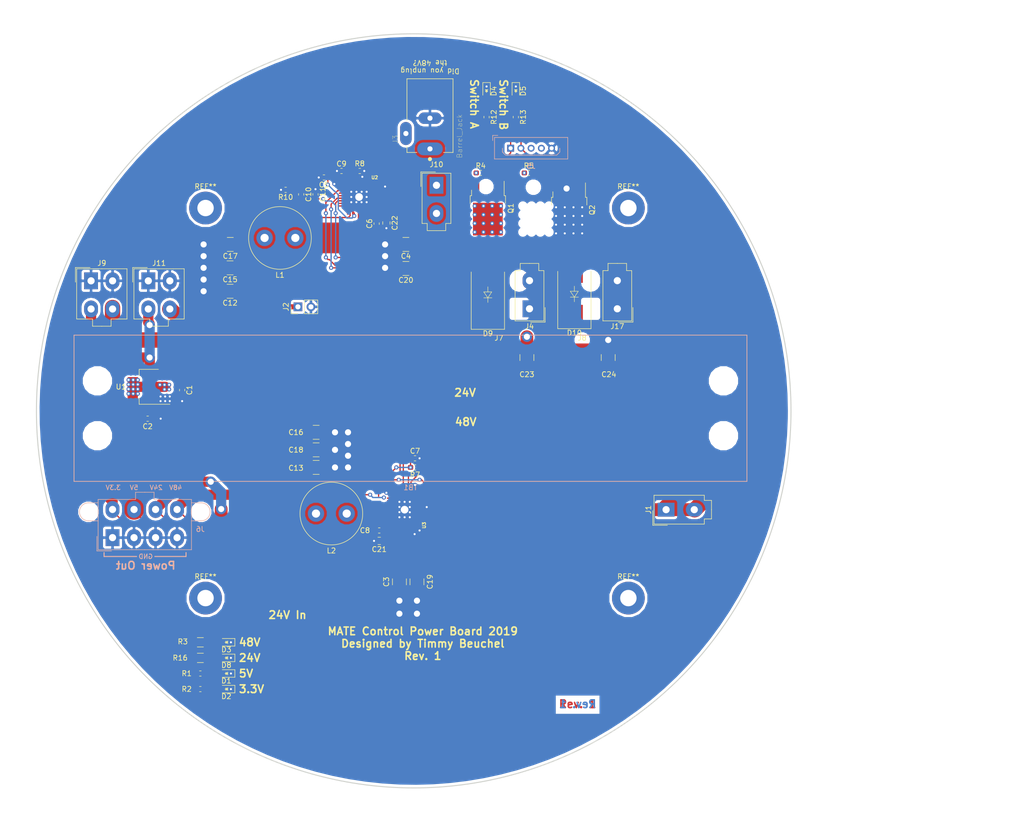
<source format=kicad_pcb>
(kicad_pcb (version 20171130) (host pcbnew "(5.0.0)")
  (layers (0 F.Cu signal) (31 B.Cu signal) (34 B.Paste user) (35 F.Paste user) (36 B.SilkS user) (37 F.SilkS user) (38 B.Mask user) (39 F.Mask user) (44 Edge.Cuts user))
  (net 0 "")
  (net 1 GND)
  (net 2 +3V3)
  (net 3 /SWITCH_A)
  (net 4 /SWITCH_B)
  (net 5 "Net-(D1-Pad2)")
  (net 6 "Net-(D2-Pad2)")
  (net 7 "Net-(D3-Pad2)")
  (net 8 +5V)
  (net 9 +24V)
  (net 10 "Net-(C5-Pad1)")
  (net 11 "Net-(C6-Pad1)")
  (net 12 "Net-(C6-Pad2)")
  (net 13 "Net-(C7-Pad1)")
  (net 14 "Net-(C8-Pad2)")
  (net 15 "Net-(C8-Pad1)")
  (net 16 "Net-(C9-Pad1)")
  (net 17 "Net-(C10-Pad1)")
  (net 18 "Net-(C10-Pad2)")
  (net 19 "Net-(R7-Pad1)")
  (net 20 "Net-(R8-Pad1)")
  (net 21 "Net-(U2-Pad19)")
  (net 22 "Net-(U2-Pad18)")
  (net 23 "Net-(U2-Pad17)")
  (net 24 "Net-(U2-Pad15)")
  (net 25 "Net-(U2-Pad14)")
  (net 26 "Net-(U2-Pad13)")
  (net 27 "Net-(U2-Pad12)")
  (net 28 "Net-(U3-Pad8)")
  (net 29 "Net-(U3-Pad14)")
  (net 30 "Net-(U3-Pad16)")
  (net 31 "Net-(U3-Pad17)")
  (net 32 "Net-(U3-Pad18)")
  (net 33 "Net-(D4-Pad2)")
  (net 34 "Net-(D5-Pad2)")
  (net 35 "Net-(D8-Pad2)")
  (net 36 +48V)
  (net 37 "Net-(D9-Pad2)")
  (net 38 "Net-(D10-Pad2)")
  (net 39 /SWITCH_A_HIGH)
  (net 40 /SWITCH_B_HIGH)
  (net 41 "Net-(C23-Pad1)")
  (net 42 "Net-(J5-Pad4)")
  (net 43 "Net-(J5-Pad3)")
  (module Capacitor_SMD:C_0603_1608Metric_Pad1.05x0.95mm_HandSolder (layer F.Cu) (at 49.657 103.886)
    (fp_text reference C2 (at 0 1.524) (layer F.SilkS))
    (fp_text value 10uF)
    (pad 2 smd roundrect (at 0.875 0) (size 1.05 0.95) (layers F.Cu F.Paste F.Mask) (net 1 GND))
    (pad 1 smd roundrect (at -0.875 0) (size 1.05 0.95) (layers F.Cu F.Paste F.Mask) (net 2 +3V3))
  )
  (module Connector_Harwin:Harwin_LTek-Male_05_P2.00mm_Vertical (layer B.Cu) (at 120.523 51.054)
    (fp_text reference J5 (at 4 3.5) (layer B.SilkS) (effects (justify mirror)))
    (fp_text value Switch_Input)
    (pad 5 thru_hole circle (at 8 0) (size 1.35 1.35) (drill 0.8) (layers *.Cu *.Mask) (net 1 GND))
    (pad 4 thru_hole circle (at 6 0) (size 1.35 1.35) (drill 0.8) (layers *.Cu *.Mask) (net 42 "Net-(J5-Pad4)"))
    (pad 3 thru_hole circle (at 4 0) (size 1.35 1.35) (drill 0.8) (layers *.Cu *.Mask) (net 43 "Net-(J5-Pad3)"))
    (pad 2 thru_hole circle (at 2 0) (size 1.35 1.35) (drill 0.8) (layers *.Cu *.Mask) (net 4 /SWITCH_B))
    (pad 1 thru_hole rect (at 0 0) (size 1.35 1.35) (drill 0.8) (layers *.Cu *.Mask) (net 3 /SWITCH_A))
  )
  (module MountingHole:MountingHole_3.2mm_M3_Pad (layer F.Cu) (at 143.51 62.738)
    (fp_text reference REF** (at 0 -4.2) (layer F.SilkS))
    (fp_text value MountingHole_3.2mm_M3_Pad)
    (pad 1 thru_hole circle (at 0 0) (size 6.4 6.4) (drill 3.2) (layers *.Cu *.Mask))
  )
  (module MountingHole:MountingHole_3.2mm_M3_Pad (layer F.Cu) (at 60.96 62.738)
    (fp_text reference REF** (at 0 -4.2) (layer F.SilkS))
    (fp_text value MountingHole_3.2mm_M3_Pad)
    (pad 1 thru_hole circle (at 0 0) (size 6.4 6.4) (drill 3.2) (layers *.Cu *.Mask))
  )
  (module MountingHole:MountingHole_3.2mm_M3_Pad (layer F.Cu) (at 143.51 138.938)
    (fp_text reference REF** (at 0 -4.2) (layer F.SilkS))
    (fp_text value MountingHole_3.2mm_M3_Pad)
    (pad 1 thru_hole circle (at 0 0) (size 6.4 6.4) (drill 3.2) (layers *.Cu *.Mask))
  )
  (module MountingHole:MountingHole_3.2mm_M3_Pad (layer F.Cu) (at 60.96 138.938)
    (fp_text reference REF** (at 0 -4.2) (layer F.SilkS))
    (fp_text value MountingHole_3.2mm_M3_Pad)
    (pad 1 thru_hole circle (at 0 0) (size 6.4 6.4) (drill 3.2) (layers *.Cu *.Mask))
  )
  (module Capacitor_SMD:C_0603_1608Metric_Pad1.05x0.95mm_HandSolder (layer F.Cu) (at 56.388 98.298 270)
    (fp_text reference C1 (at 0 -1.43 270) (layer F.SilkS))
    (fp_text value 10uF)
    (pad 2 smd roundrect (at 0.875 0 270) (size 1.05 0.95) (layers F.Cu F.Paste F.Mask) (net 1 GND))
    (pad 1 smd roundrect (at -0.875 0 270) (size 1.05 0.95) (layers F.Cu F.Paste F.Mask) (net 8 +5V))
  )
  (module Capacitor_SMD:C_0603_1608Metric_Pad1.05x0.95mm_HandSolder (layer F.Cu) (at 84.074 56.769 180)
    (fp_text reference C5 (at 0 -1.43 180) (layer F.SilkS))
    (fp_text value 1uF)
    (pad 2 smd roundrect (at 0.875 0 180) (size 1.05 0.95) (layers F.Cu F.Paste F.Mask) (net 1 GND))
    (pad 1 smd roundrect (at -0.875 0 180) (size 1.05 0.95) (layers F.Cu F.Paste F.Mask) (net 10 "Net-(C5-Pad1)"))
  )
  (module Capacitor_SMD:C_0603_1608Metric_Pad1.05x0.95mm_HandSolder (layer F.Cu) (at 94.361 65.786 270)
    (fp_text reference C6 (at 0 1.397 270) (layer F.SilkS))
    (fp_text value .1uF)
    (pad 2 smd roundrect (at 0.875 0 270) (size 1.05 0.95) (layers F.Cu F.Paste F.Mask) (net 12 "Net-(C6-Pad2)"))
    (pad 1 smd roundrect (at -0.875 0 270) (size 1.05 0.95) (layers F.Cu F.Paste F.Mask) (net 11 "Net-(C6-Pad1)"))
  )
  (module Capacitor_SMD:C_0603_1608Metric_Pad1.05x0.95mm_HandSolder (layer F.Cu) (at 101.854 111.633)
    (fp_text reference C7 (at 0 -1.43) (layer F.SilkS))
    (fp_text value 1uF)
    (pad 2 smd roundrect (at 0.875 0) (size 1.05 0.95) (layers F.Cu F.Paste F.Mask) (net 1 GND))
    (pad 1 smd roundrect (at -0.875 0) (size 1.05 0.95) (layers F.Cu F.Paste F.Mask) (net 13 "Net-(C7-Pad1)"))
  )
  (module Capacitor_SMD:C_0603_1608Metric_Pad1.05x0.95mm_HandSolder (layer F.Cu) (at 94.869 125.73 180)
    (fp_text reference C8 (at 2.794 0 180) (layer F.SilkS))
    (fp_text value .1uF)
    (pad 2 smd roundrect (at 0.875 0 180) (size 1.05 0.95) (layers F.Cu F.Paste F.Mask) (net 14 "Net-(C8-Pad2)"))
    (pad 1 smd roundrect (at -0.875 0 180) (size 1.05 0.95) (layers F.Cu F.Paste F.Mask) (net 15 "Net-(C8-Pad1)"))
  )
  (module Capacitor_SMD:C_0603_1608Metric_Pad1.05x0.95mm_HandSolder (layer F.Cu) (at 87.503 55.499 180)
    (fp_text reference C9 (at 0 1.397 180) (layer F.SilkS))
    (fp_text value 10pF)
    (pad 2 smd roundrect (at 0.875 0 180) (size 1.05 0.95) (layers F.Cu F.Paste F.Mask) (net 1 GND))
    (pad 1 smd roundrect (at -0.875 0 180) (size 1.05 0.95) (layers F.Cu F.Paste F.Mask) (net 16 "Net-(C9-Pad1)"))
  )
  (module Capacitor_SMD:C_0603_1608Metric_Pad1.05x0.95mm_HandSolder (layer F.Cu) (at 79.629 60.071 270)
    (fp_text reference C10 (at 0 -1.43 270) (layer F.SilkS))
    (fp_text value 2.2nF)
    (pad 2 smd roundrect (at 0.875 0 270) (size 1.05 0.95) (layers F.Cu F.Paste F.Mask) (net 18 "Net-(C10-Pad2)"))
    (pad 1 smd roundrect (at -0.875 0 270) (size 1.05 0.95) (layers F.Cu F.Paste F.Mask) (net 17 "Net-(C10-Pad1)"))
  )
  (module Capacitor_SMD:C_0603_1608Metric_Pad1.05x0.95mm_HandSolder (layer F.Cu) (at 82.423 60.071 270)
    (fp_text reference C11 (at 0 -1.43 270) (layer F.SilkS))
    (fp_text value 100pF)
    (pad 2 smd roundrect (at 0.875 0 270) (size 1.05 0.95) (layers F.Cu F.Paste F.Mask) (net 18 "Net-(C10-Pad2)"))
    (pad 1 smd roundrect (at -0.875 0 270) (size 1.05 0.95) (layers F.Cu F.Paste F.Mask) (net 1 GND))
  )
  (module Connector_PinHeader_2.54mm:PinHeader_1x02_P2.54mm_Vertical (layer F.Cu) (at 78.994 82.042 90)
    (fp_text reference J2 (at 0 -2.33 90) (layer F.SilkS))
    (fp_text value 5V)
    (pad 2 thru_hole oval (at 0 2.54 90) (size 1.7 1.7) (drill 1) (layers *.Cu *.Mask) (net 1 GND))
    (pad 1 thru_hole rect (at 0 0 90) (size 1.7 1.7) (drill 1) (layers *.Cu *.Mask) (net 8 +5V))
  )
  (module PJ-002AH:CUI_PJ-002AH (layer F.Cu) (at 104.775 51.181 90)
    (fp_text reference J3 (at 1.85009 -6.76532 90) (layer F.SilkS) (effects (font (size 1.00005 1.00005) (thickness 0.05))))
    (fp_text value Barrel_Jack (at 2.48828 5.78266 90) (layer F.SilkS) (effects (font (size 1.00132 1.00132) (thickness 0.05))))
    (fp_line (start 4.5 -4.2) (end 1.5 -4.2) (layer Edge.Cuts) (width 0.0001))
    (fp_line (start 4.5 -5.2) (end 4.5 -4.2) (layer Edge.Cuts) (width 0.0001))
    (fp_line (start 1.5 -5.2) (end 4.5 -5.2) (layer Edge.Cuts) (width 0.0001))
    (fp_line (start 1.5 -4.2) (end 1.5 -5.2) (layer Edge.Cuts) (width 0.0001))
    (fp_line (start 6.5 -1.5) (end 6.5 1.5) (layer Edge.Cuts) (width 0.0001))
    (fp_line (start 5.5 -1.5) (end 6.5 -1.5) (layer Edge.Cuts) (width 0.0001))
    (fp_line (start 5.5 1.5) (end 5.5 -1.5) (layer Edge.Cuts) (width 0.0001))
    (fp_line (start 6.5 1.5) (end 5.5 1.5) (layer Edge.Cuts) (width 0.0001))
    (fp_line (start 0.5 -1.75) (end 0.5 1.75) (layer Edge.Cuts) (width 0.0001))
    (fp_line (start -0.5 -1.75) (end 0.5 -1.75) (layer Edge.Cuts) (width 0.0001))
    (fp_line (start -0.5 1.75) (end -0.5 -1.75) (layer Edge.Cuts) (width 0.0001))
    (fp_line (start 0.5 1.75) (end -0.5 1.75) (layer Edge.Cuts) (width 0.0001))
    (pad 3 thru_hole oval (at 3 -4.7 270) (size 4.5 2.25) (drill 1) (layers *.Cu *.Mask))
    (pad 2 thru_hole oval (at 6 0 180) (size 4.5 2.25) (drill 1) (layers *.Cu *.Mask) (net 1 GND))
    (pad 1 thru_hole oval (at 0 0 180) (size 5 2.5) (drill 1) (layers *.Cu *.Mask) (net 36 +48V))
  )
  (module Connector_Molex:Molex_Mini-Fit_Jr_5566-08A2_2x04_P4.20mm_Vertical (layer B.Cu) (at 42.799 127.127)
    (fp_text reference J6 (at 17.145 -1.651) (layer B.SilkS) (effects (justify mirror)))
    (fp_text value Power_Connector)
    (pad "" np_thru_hole circle (at 17.3 -5.04) (size 3 3) (drill 3) (layers *.Cu *.Mask))
    (pad "" np_thru_hole circle (at -4.7 -5.04) (size 3 3) (drill 3) (layers *.Cu *.Mask))
    (pad 8 thru_hole oval (at 12.6 -5.5) (size 2.7 3.3) (drill 1.4) (layers *.Cu *.Mask) (net 36 +48V))
    (pad 7 thru_hole oval (at 8.4 -5.5) (size 2.7 3.3) (drill 1.4) (layers *.Cu *.Mask) (net 9 +24V))
    (pad 6 thru_hole oval (at 4.2 -5.5) (size 2.7 3.3) (drill 1.4) (layers *.Cu *.Mask) (net 8 +5V))
    (pad 5 thru_hole oval (at 0 -5.5) (size 2.7 3.3) (drill 1.4) (layers *.Cu *.Mask) (net 2 +3V3))
    (pad 4 thru_hole oval (at 12.6 0) (size 2.7 3.3) (drill 1.4) (layers *.Cu *.Mask) (net 1 GND))
    (pad 3 thru_hole oval (at 8.4 0) (size 2.7 3.3) (drill 1.4) (layers *.Cu *.Mask) (net 1 GND))
    (pad 2 thru_hole oval (at 4.2 0) (size 2.7 3.3) (drill 1.4) (layers *.Cu *.Mask) (net 1 GND))
    (pad 1 thru_hole rect (at 0 0) (size 2.7 3.3) (drill 1.4) (layers *.Cu *.Mask) (net 1 GND))
  )
  (module Inductor_THT:L_Radial_D12.0mm_P6.00mm_MuRATA_1900R (layer F.Cu) (at 78.486 68.58 180)
    (fp_text reference L1 (at 3 -7.25 180) (layer F.SilkS))
    (fp_text value 33uH)
    (pad 2 thru_hole circle (at 6 0 180) (size 3.2 3.2) (drill 1.6) (layers *.Cu *.Mask) (net 8 +5V))
    (pad 1 thru_hole circle (at 0 0 180) (size 3.2 3.2) (drill 1.6) (layers *.Cu *.Mask) (net 12 "Net-(C6-Pad2)"))
  )
  (module Inductor_THT:L_Radial_D12.0mm_P6.00mm_MuRATA_1900R (layer F.Cu) (at 88.519 122.428 180)
    (fp_text reference L2 (at 3 -7.25 180) (layer F.SilkS))
    (fp_text value 33uH)
    (pad 2 thru_hole circle (at 6 0 180) (size 3.2 3.2) (drill 1.6) (layers *.Cu *.Mask) (net 8 +5V))
    (pad 1 thru_hole circle (at 0 0 180) (size 3.2 3.2) (drill 1.6) (layers *.Cu *.Mask) (net 14 "Net-(C8-Pad2)"))
  )
  (module Resistor_SMD:R_0603_1608Metric_Pad1.05x0.95mm_HandSolder (layer F.Cu) (at 59.944 153.67 180)
    (fp_text reference R1 (at 2.667 0 180) (layer F.SilkS))
    (fp_text value 330)
    (pad 2 smd roundrect (at 0.875 0 180) (size 1.05 0.95) (layers F.Cu F.Paste F.Mask) (net 8 +5V))
    (pad 1 smd roundrect (at -0.875 0 180) (size 1.05 0.95) (layers F.Cu F.Paste F.Mask) (net 5 "Net-(D1-Pad2)"))
  )
  (module Resistor_SMD:R_0603_1608Metric_Pad1.05x0.95mm_HandSolder (layer F.Cu) (at 59.944 156.718 180)
    (fp_text reference R2 (at 2.667 0 180) (layer F.SilkS))
    (fp_text value 150)
    (pad 2 smd roundrect (at 0.875 0 180) (size 1.05 0.95) (layers F.Cu F.Paste F.Mask) (net 2 +3V3))
    (pad 1 smd roundrect (at -0.875 0 180) (size 1.05 0.95) (layers F.Cu F.Paste F.Mask) (net 6 "Net-(D2-Pad2)"))
  )
  (module Resistor_SMD:R_0603_1608Metric_Pad1.05x0.95mm_HandSolder (layer F.Cu) (at 114.681 55.88 180)
    (fp_text reference R4 (at 0 1.397 180) (layer F.SilkS))
    (fp_text value 10k)
    (pad 2 smd roundrect (at 0.875 0 180) (size 1.05 0.95) (layers F.Cu F.Paste F.Mask) (net 41 "Net-(C23-Pad1)"))
    (pad 1 smd roundrect (at -0.875 0 180) (size 1.05 0.95) (layers F.Cu F.Paste F.Mask) (net 3 /SWITCH_A))
  )
  (module Resistor_SMD:R_0603_1608Metric_Pad1.05x0.95mm_HandSolder (layer F.Cu) (at 124.079 55.88 180)
    (fp_text reference R5 (at 0 1.397 180) (layer F.SilkS))
    (fp_text value 10k)
    (pad 2 smd roundrect (at 0.875 0 180) (size 1.05 0.95) (layers F.Cu F.Paste F.Mask) (net 41 "Net-(C23-Pad1)"))
    (pad 1 smd roundrect (at -0.875 0 180) (size 1.05 0.95) (layers F.Cu F.Paste F.Mask) (net 4 /SWITCH_B))
  )
  (module Resistor_SMD:R_0603_1608Metric_Pad1.05x0.95mm_HandSolder (layer F.Cu) (at 101.854 113.411 180)
    (fp_text reference R7 (at 0 -1.43 180) (layer F.SilkS))
    (fp_text value 100k)
    (pad 2 smd roundrect (at 0.875 0 180) (size 1.05 0.95) (layers F.Cu F.Paste F.Mask) (net 13 "Net-(C7-Pad1)"))
    (pad 1 smd roundrect (at -0.875 0 180) (size 1.05 0.95) (layers F.Cu F.Paste F.Mask) (net 19 "Net-(R7-Pad1)"))
  )
  (module Resistor_SMD:R_0603_1608Metric_Pad1.05x0.95mm_HandSolder (layer F.Cu) (at 91.059 55.499)
    (fp_text reference R8 (at 0 -1.43) (layer F.SilkS))
    (fp_text value 4.02k)
    (pad 2 smd roundrect (at 0.875 0) (size 1.05 0.95) (layers F.Cu F.Paste F.Mask) (net 1 GND))
    (pad 1 smd roundrect (at -0.875 0) (size 1.05 0.95) (layers F.Cu F.Paste F.Mask) (net 20 "Net-(R8-Pad1)"))
  )
  (module Resistor_SMD:R_0603_1608Metric_Pad1.05x0.95mm_HandSolder (layer F.Cu) (at 76.595 59.182 180)
    (fp_text reference R10 (at 0 -1.43 180) (layer F.SilkS))
    (fp_text value 5.11k)
    (pad 2 smd roundrect (at 0.875 0 180) (size 1.05 0.95) (layers F.Cu F.Paste F.Mask) (net 1 GND))
    (pad 1 smd roundrect (at -0.875 0 180) (size 1.05 0.95) (layers F.Cu F.Paste F.Mask) (net 17 "Net-(C10-Pad1)"))
  )
  (module Package_TO_SOT_SMD:SOT-223-3_TabPin2 (layer F.Cu) (at 49.911 97.663 180)
    (fp_text reference U1 (at 5.461 0 180) (layer F.SilkS))
    (fp_text value LD1117S33TR_SOT223)
    (pad 1 smd rect (at -3.15 -2.3 180) (size 2 1.5) (layers F.Cu F.Paste F.Mask) (net 1 GND))
    (pad 3 smd rect (at -3.15 2.3 180) (size 2 1.5) (layers F.Cu F.Paste F.Mask) (net 8 +5V))
    (pad 2 smd rect (at -3.15 0 180) (size 2 1.5) (layers F.Cu F.Paste F.Mask) (net 2 +3V3))
    (pad 2 smd rect (at 3.15 0 180) (size 2 3.8) (layers F.Cu F.Paste F.Mask) (net 2 +3V3))
  )
  (module footprints:LTC7103_long_pads_hole (layer F.Cu) (at 90.932 60.579 180)
    (fp_text reference U2 (at -3.048 3.81 180) (layer F.SilkS) (effects (font (size 0.635 0.635) (thickness 0.1524))))
    (fp_text value LTC7103-LT7103)
    (pad 37 smd rect (at 0 0 180) (size 3.6 2.6) (layers F.Cu F.Paste F.Mask) (net 1 GND))
    (pad 3 smd rect (at -1.25 2.4 180) (size 0.25 1.4) (drill (offset 0 0.35)) (layers F.Cu F.Paste F.Mask) (net 36 +48V))
    (pad 6 smd rect (at 0.25 2.4 180) (size 0.25 1.4) (drill (offset 0 0.35)) (layers F.Cu F.Paste F.Mask) (net 1 GND))
    (pad 7 smd rect (at 0.75 2.4 180) (size 0.25 1.4) (drill (offset 0 0.35)) (layers F.Cu F.Paste F.Mask) (net 1 GND))
    (pad 8 smd rect (at 1.25 2.4 180) (size 0.25 1.4) (drill (offset 0 0.35)) (layers F.Cu F.Paste F.Mask) (net 20 "Net-(R8-Pad1)"))
    (pad 9 smd rect (at 1.75 2.4 180) (size 0.25 1.4) (drill (offset 0 0.35)) (layers F.Cu F.Paste F.Mask) (net 16 "Net-(C9-Pad1)"))
    (pad 10 smd rect (at 2.25 2.4 180) (size 0.25 1.4) (drill (offset 0 0.35)) (layers F.Cu F.Paste F.Mask) (net 10 "Net-(C5-Pad1)"))
    (pad 11 smd rect (at 2.9 1.75 180) (size 1.4 0.25) (drill (offset 0.35 0)) (layers F.Cu F.Paste F.Mask) (net 1 GND))
    (pad 12 smd rect (at 2.9 1.25 180) (size 1.4 0.25) (drill (offset 0.35 0)) (layers F.Cu F.Paste F.Mask) (net 27 "Net-(U2-Pad12)"))
    (pad 13 smd rect (at 2.9 0.75 180) (size 1.4 0.25) (drill (offset 0.35 0)) (layers F.Cu F.Paste F.Mask) (net 26 "Net-(U2-Pad13)"))
    (pad 14 smd rect (at 2.9 0.25 180) (size 1.4 0.25) (drill (offset 0.35 0)) (layers F.Cu F.Paste F.Mask) (net 25 "Net-(U2-Pad14)"))
    (pad 15 smd rect (at 2.9 -0.25 180) (size 1.4 0.25) (drill (offset 0.35 0)) (layers F.Cu F.Paste F.Mask) (net 24 "Net-(U2-Pad15)"))
    (pad 16 smd rect (at 2.9 -0.75 180) (size 1.4 0.25) (drill (offset 0.35 0)) (layers F.Cu F.Paste F.Mask) (net 18 "Net-(C10-Pad2)"))
    (pad 17 smd rect (at 2.9 -1.25 180) (size 1.4 0.25) (drill (offset 0.35 0)) (layers F.Cu F.Paste F.Mask) (net 23 "Net-(U2-Pad17)"))
    (pad 18 smd rect (at 2.9 -1.75 180) (size 1.4 0.25) (drill (offset 0.35 0)) (layers F.Cu F.Paste F.Mask) (net 22 "Net-(U2-Pad18)"))
    (pad 19 smd rect (at 2.25 -2.4 180) (size 0.25 1.4) (drill (offset 0 -0.35)) (layers F.Cu F.Paste F.Mask) (net 21 "Net-(U2-Pad19)"))
    (pad 20 smd rect (at 1.75 -2.4 180) (size 0.25 1.4) (drill (offset 0 -0.35)) (layers F.Cu F.Paste F.Mask) (net 8 +5V))
    (pad 21 smd rect (at 1.25 -2.4 180) (size 0.25 1.4) (drill (offset 0 -0.35)) (layers F.Cu F.Paste F.Mask) (net 10 "Net-(C5-Pad1)"))
    (pad 24 smd rect (at -0.25 -2.4 180) (size 0.25 1.4) (drill (offset 0 -0.35)) (layers F.Cu F.Paste F.Mask) (net 12 "Net-(C6-Pad2)"))
    (pad 25 smd rect (at -0.75 -2.4 180) (size 0.25 1.4) (drill (offset 0 -0.35)) (layers F.Cu F.Paste F.Mask) (net 12 "Net-(C6-Pad2)"))
    (pad 26 smd rect (at -1.25 -2.4 180) (size 0.25 1.4) (drill (offset 0 -0.35)) (layers F.Cu F.Paste F.Mask) (net 12 "Net-(C6-Pad2)"))
    (pad 27 smd rect (at -1.75 -2.4 180) (size 0.25 1.4) (drill (offset 0 -0.35)) (layers F.Cu F.Paste F.Mask) (net 11 "Net-(C6-Pad1)"))
    (pad 30 smd rect (at -2.9 -1.25 180) (size 1.4 0.25) (drill (offset -0.35 0)) (layers F.Cu F.Paste F.Mask) (net 36 +48V))
    (pad 31 smd rect (at -2.9 -0.75 180) (size 1.4 0.25) (drill (offset -0.35 0)) (layers F.Cu F.Paste F.Mask) (net 36 +48V))
    (pad 32 smd rect (at -2.9 -0.25 180) (size 1.4 0.25) (drill (offset -0.35 0)) (layers F.Cu F.Paste F.Mask) (net 36 +48V))
    (pad 35 smd rect (at -2.9 1.25 180) (size 1.4 0.25) (drill (offset -0.35 0)) (layers F.Cu F.Paste F.Mask) (net 1 GND))
    (pad 36 smd rect (at -2.9 1.75 180) (size 1.4 0.25) (drill (offset -0.35 0)) (layers F.Cu F.Paste F.Mask) (net 1 GND))
    (pad 37 thru_hole circle (at 0 0 180) (size 1.524 1.524) (drill 1.5) (layers *.Cu *.Mask) (net 1 GND))
  )
  (module footprints:LTC7103_long_pads_hole (layer F.Cu) (at 99.822 121.666 90)
    (fp_text reference U3 (at -3.048 3.81 90) (layer F.SilkS) (effects (font (size 0.635 0.635) (thickness 0.1524))))
    (fp_text value LTC7103-LT7103)
    (pad 37 smd rect (at 0 0 90) (size 3.6 2.6) (layers F.Cu F.Paste F.Mask) (net 1 GND))
    (pad 3 smd rect (at -1.25 2.4 90) (size 0.25 1.4) (drill (offset 0 0.35)) (layers F.Cu F.Paste F.Mask) (net 36 +48V))
    (pad 6 smd rect (at 0.25 2.4 90) (size 0.25 1.4) (drill (offset 0 0.35)) (layers F.Cu F.Paste F.Mask) (net 1 GND))
    (pad 7 smd rect (at 0.75 2.4 90) (size 0.25 1.4) (drill (offset 0 0.35)) (layers F.Cu F.Paste F.Mask) (net 1 GND))
    (pad 8 smd rect (at 1.25 2.4 90) (size 0.25 1.4) (drill (offset 0 0.35)) (layers F.Cu F.Paste F.Mask) (net 28 "Net-(U3-Pad8)"))
    (pad 9 smd rect (at 1.75 2.4 90) (size 0.25 1.4) (drill (offset 0 0.35)) (layers F.Cu F.Paste F.Mask) (net 18 "Net-(C10-Pad2)"))
    (pad 10 smd rect (at 2.25 2.4 90) (size 0.25 1.4) (drill (offset 0 0.35)) (layers F.Cu F.Paste F.Mask) (net 8 +5V))
    (pad 11 smd rect (at 2.9 1.75 90) (size 1.4 0.25) (drill (offset 0.35 0)) (layers F.Cu F.Paste F.Mask) (net 1 GND))
    (pad 12 smd rect (at 2.9 1.25 90) (size 1.4 0.25) (drill (offset 0.35 0)) (layers F.Cu F.Paste F.Mask) (net 19 "Net-(R7-Pad1)"))
    (pad 13 smd rect (at 2.9 0.75 90) (size 1.4 0.25) (drill (offset 0.35 0)) (layers F.Cu F.Paste F.Mask) (net 27 "Net-(U2-Pad12)"))
    (pad 14 smd rect (at 2.9 0.25 90) (size 1.4 0.25) (drill (offset 0.35 0)) (layers F.Cu F.Paste F.Mask) (net 29 "Net-(U3-Pad14)"))
    (pad 15 smd rect (at 2.9 -0.25 90) (size 1.4 0.25) (drill (offset 0.35 0)) (layers F.Cu F.Paste F.Mask) (net 24 "Net-(U2-Pad15)"))
    (pad 16 smd rect (at 2.9 -0.75 90) (size 1.4 0.25) (drill (offset 0.35 0)) (layers F.Cu F.Paste F.Mask) (net 30 "Net-(U3-Pad16)"))
    (pad 17 smd rect (at 2.9 -1.25 90) (size 1.4 0.25) (drill (offset 0.35 0)) (layers F.Cu F.Paste F.Mask) (net 31 "Net-(U3-Pad17)"))
    (pad 18 smd rect (at 2.9 -1.75 90) (size 1.4 0.25) (drill (offset 0.35 0)) (layers F.Cu F.Paste F.Mask) (net 32 "Net-(U3-Pad18)"))
    (pad 19 smd rect (at 2.25 -2.4 90) (size 0.25 1.4) (drill (offset 0 -0.35)) (layers F.Cu F.Paste F.Mask) (net 1 GND))
    (pad 20 smd rect (at 1.75 -2.4 90) (size 0.25 1.4) (drill (offset 0 -0.35)) (layers F.Cu F.Paste F.Mask) (net 8 +5V))
    (pad 21 smd rect (at 1.25 -2.4 90) (size 0.25 1.4) (drill (offset 0 -0.35)) (layers F.Cu F.Paste F.Mask) (net 13 "Net-(C7-Pad1)"))
    (pad 24 smd rect (at -0.25 -2.4 90) (size 0.25 1.4) (drill (offset 0 -0.35)) (layers F.Cu F.Paste F.Mask) (net 14 "Net-(C8-Pad2)"))
    (pad 25 smd rect (at -0.75 -2.4 90) (size 0.25 1.4) (drill (offset 0 -0.35)) (layers F.Cu F.Paste F.Mask) (net 14 "Net-(C8-Pad2)"))
    (pad 26 smd rect (at -1.25 -2.4 90) (size 0.25 1.4) (drill (offset 0 -0.35)) (layers F.Cu F.Paste F.Mask) (net 14 "Net-(C8-Pad2)"))
    (pad 27 smd rect (at -1.75 -2.4 90) (size 0.25 1.4) (drill (offset 0 -0.35)) (layers F.Cu F.Paste F.Mask) (net 15 "Net-(C8-Pad1)"))
    (pad 30 smd rect (at -2.9 -1.25 90) (size 1.4 0.25) (drill (offset -0.35 0)) (layers F.Cu F.Paste F.Mask) (net 36 +48V))
    (pad 31 smd rect (at -2.9 -0.75 90) (size 1.4 0.25) (drill (offset -0.35 0)) (layers F.Cu F.Paste F.Mask) (net 36 +48V))
    (pad 32 smd rect (at -2.9 -0.25 90) (size 1.4 0.25) (drill (offset -0.35 0)) (layers F.Cu F.Paste F.Mask) (net 36 +48V))
    (pad 35 smd rect (at -2.9 1.25 90) (size 1.4 0.25) (drill (offset -0.35 0)) (layers F.Cu F.Paste F.Mask) (net 1 GND))
    (pad 36 smd rect (at -2.9 1.75 90) (size 1.4 0.25) (drill (offset -0.35 0)) (layers F.Cu F.Paste F.Mask) (net 1 GND))
    (pad 37 thru_hole circle (at 0 0 90) (size 1.524 1.524) (drill 1.5) (layers *.Cu *.Mask) (net 1 GND))
  )
  (module Connector_Molex:Molex_Mini-Fit_Jr_5566-02A_2x01_P4.20mm_Vertical (layer F.Cu) (at 106.045 58.293)
    (fp_text reference J10 (at 0 -4.064) (layer F.SilkS))
    (fp_text value 48V_from_conversion)
    (pad 2 thru_hole oval (at 0 5.5) (size 2.7 3.3) (drill 1.4) (layers *.Cu *.Mask) (net 36 +48V))
    (pad 1 thru_hole rect (at 0 0) (size 2.7 3.3) (drill 1.4) (layers *.Cu *.Mask) (net 36 +48V))
  )
  (module Resistor_SMD:R_0603_1608Metric_Pad1.05x0.95mm_HandSolder (layer F.Cu) (at 115.824 44.972 270)
    (fp_text reference R12 (at 0 -1.43 270) (layer F.SilkS))
    (fp_text value 150)
    (pad 2 smd roundrect (at 0.875 0 270) (size 1.05 0.95) (layers F.Cu F.Paste F.Mask) (net 3 /SWITCH_A))
    (pad 1 smd roundrect (at -0.875 0 270) (size 1.05 0.95) (layers F.Cu F.Paste F.Mask) (net 33 "Net-(D4-Pad2)"))
  )
  (module Resistor_SMD:R_0603_1608Metric_Pad1.05x0.95mm_HandSolder (layer F.Cu) (at 121.539 44.972 270)
    (fp_text reference R13 (at 0 -1.43 270) (layer F.SilkS))
    (fp_text value 150)
    (pad 2 smd roundrect (at 0.875 0 270) (size 1.05 0.95) (layers F.Cu F.Paste F.Mask) (net 4 /SWITCH_B))
    (pad 1 smd roundrect (at -0.875 0 270) (size 1.05 0.95) (layers F.Cu F.Paste F.Mask) (net 34 "Net-(D5-Pad2)"))
  )
  (module goat:goat_solid_copper_0.731in (layer F.Cu) (at 102.87 159.512)
    (fp_text reference G*** hide)
    (fp_text value LOGO hide)
    (fp_poly (pts (xy 6.014368 -7.509926) (xy 6.035885 -7.492842) (xy 6.069828 -7.463701) (xy 6.11689 -7.422084) (xy 6.127714 -7.412427) (xy 6.23871 -7.30834) (xy 6.351329 -7.19352) (xy 6.46115 -7.072846) (xy 6.563752 -6.951197) (xy 6.654714 -6.833453) (xy 6.664578 -6.819901) (xy 6.821309 -6.588144) (xy 6.960025 -6.351371) (xy 7.081371 -6.108413) (xy 7.1658 -5.910263) (xy 7.189449 -5.847589) (xy 7.215491 -5.773877) (xy 7.242201 -5.694434) (xy 7.26785 -5.614565) (xy 7.290711 -5.539576) (xy 7.309058 -5.474775) (xy 7.315021 -5.451797) (xy 7.324858 -5.412431) (xy 7.430422 -5.373022) (xy 7.482117 -5.354844) (xy 7.54361 -5.334959) (xy 7.609453 -5.314969) (xy 7.674198 -5.296476) (xy 7.732395 -5.28108) (xy 7.778595 -5.270384) (xy 7.781924 -5.269717) (xy 7.801965 -5.263389) (xy 7.833167 -5.250988) (xy 7.870373 -5.234858) (xy 7.908426 -5.217347) (xy 7.942168 -5.200798) (xy 7.966444 -5.187561) (xy 7.974285 -5.182212) (xy 7.989033 -5.171218) (xy 8.013398 -5.154542) (xy 8.030949 -5.14302) (xy 8.07752 -5.107853) (xy 8.127406 -5.061746) (xy 8.174867 -5.010517) (xy 8.214161 -4.959986) (xy 8.219806 -4.951593) (xy 8.250591 -4.89844) (xy 8.274267 -4.842461) (xy 8.291764 -4.780011) (xy 8.304017 -4.70745) (xy 8.311957 -4.621134) (xy 8.314072 -4.583226) (xy 8.317977 -4.514433) (xy 8.323494 -4.459754) (xy 8.332412 -4.415134) (xy 8.346521 -4.376522) (xy 8.367612 -4.339863) (xy 8.397475 -4.301104) (xy 8.437898 -4.256192) (xy 8.476193 -4.216062) (xy 8.517922 -4.17226) (xy 8.555325 -4.131568) (xy 8.590158 -4.091697) (xy 8.624179 -4.05036) (xy 8.659144 -4.005269) (xy 8.696811 -3.954135) (xy 8.738938 -3.894671) (xy 8.787279 -3.824588) (xy 8.843594 -3.741598) (xy 8.865529 -3.709056) (xy 8.91152 -3.641349) (xy 8.958038 -3.573977) (xy 9.00301 -3.509864) (xy 9.044361 -3.451934) (xy 9.080017 -3.40311) (xy 9.107905 -3.366317) (xy 9.114849 -3.357563) (xy 9.164965 -3.292045) (xy 9.201759 -3.235633) (xy 9.22674 -3.185476) (xy 9.241417 -3.138726) (xy 9.24606 -3.109654) (xy 9.248123 -3.062941) (xy 9.241959 -3.027495) (xy 9.225926 -2.996706) (xy 9.214249 -2.981651) (xy 9.200939 -2.96417) (xy 9.194153 -2.947851) (xy 9.192601 -2.926262) (xy 9.194993 -2.892969) (xy 9.195467 -2.888048) (xy 9.194906 -2.814662) (xy 9.178467 -2.750492) (xy 9.146705 -2.696595) (xy 9.100176 -2.654025) (xy 9.060671 -2.632213) (xy 9.03354 -2.618158) (xy 9.015374 -2.604809) (xy 9.010649 -2.597316) (xy 9.00568 -2.582619) (xy 8.992939 -2.558749) (xy 8.982239 -2.541649) (xy 8.944723 -2.500278) (xy 8.894936 -2.46715) (xy 8.83913 -2.446063) (xy 8.818291 -2.442084) (xy 8.763705 -2.442343) (xy 8.70071 -2.455603) (xy 8.63332 -2.480421) (xy 8.565546 -2.515353) (xy 8.508614 -2.553437) (xy 8.474477 -2.576693) (xy 8.4479 -2.58806) (xy 8.427894 -2.586375) (xy 8.41347 -2.570475) (xy 8.403639 -2.539195) (xy 8.397413 -2.491374) (xy 8.393803 -2.425847) (xy 8.39354 -2.418038) (xy 8.392478 -2.373575) (xy 8.392761 -2.335504) (xy 8.394847 -2.299392) (xy 8.399195 -2.260803) (xy 8.406264 -2.215304) (xy 8.416513 -2.158461) (xy 8.425026 -2.113695) (xy 8.44102 -2.025369) (xy 8.451696 -1.952441) (xy 8.457032 -1.892011) (xy 8.457 -1.841177) (xy 8.451576 -1.797036) (xy 8.440733 -1.756687) (xy 8.424447 -1.717229) (xy 8.421488 -1.711115) (xy 8.380755 -1.646743) (xy 8.334253 -1.597596) (xy 8.301294 -1.565908) (xy 8.268938 -1.531745) (xy 8.244118 -1.502431) (xy 8.243854 -1.502086) (xy 8.199054 -1.453386) (xy 8.139719 -1.403711) (xy 8.070019 -1.355694) (xy 7.994122 -1.311969) (xy 7.916201 -1.275171) (xy 7.842474 -1.248541) (xy 7.783961 -1.231089) (xy 7.804002 -1.265056) (xy 7.818135 -1.303165) (xy 7.824558 -1.352378) (xy 7.823191 -1.406342) (xy 7.81395 -1.458705) (xy 7.806795 -1.481138) (xy 7.774154 -1.549516) (xy 7.726503 -1.620807) (xy 7.663024 -1.696029) (xy 7.582897 -1.776197) (xy 7.532826 -1.821545) (xy 7.454315 -1.898861) (xy 7.390122 -1.98155) (xy 7.335573 -2.075761) (xy 7.328188 -2.090738) (xy 7.283118 -2.200534) (xy 7.255906 -2.306236) (xy 7.246526 -2.407322) (xy 7.254948 -2.503268) (xy 7.281146 -2.593554) (xy 7.325092 -2.677654) (xy 7.362164 -2.727569) (xy 7.387966 -2.760795) (xy 7.40081 -2.784649) (xy 7.399726 -2.799864) (xy 7.383746 -2.807178) (xy 7.351898 -2.807324) (xy 7.303213 -2.801041) (xy 7.272337 -2.795733) (xy 7.223064 -2.788652) (xy 7.168559 -2.783567) (xy 7.12296 -2.781633) (xy 7.085256 -2.780884) (xy 7.062391 -2.778394) (xy 7.050164 -2.773165) (xy 7.04438 -2.764199) (xy 7.043923 -2.762837) (xy 7.030538 -2.740887) (xy 7.007013 -2.717505) (xy 6.979695 -2.697797) (xy 6.954933 -2.686863) (xy 6.94842 -2.68605) (xy 6.932668 -2.68243) (xy 6.919763 -2.668821) (xy 6.90587 -2.641103) (xy 6.905256 -2.63968) (xy 6.873004 -2.585413) (xy 6.8293 -2.542763) (xy 6.789035 -2.519756) (xy 6.765826 -2.504872) (xy 6.743137 -2.479274) (xy 6.720668 -2.442052) (xy 6.698119 -2.392296) (xy 6.675189 -2.329096) (xy 6.651578 -2.251541) (xy 6.626986 -2.158722) (xy 6.601111 -2.049729) (xy 6.573655 -1.92365) (xy 6.544315 -1.779577) (xy 6.543689 -1.776413) (xy 6.517604 -1.647225) (xy 6.49359 -1.534227) (xy 6.470987 -1.434752) (xy 6.449139 -1.346138) (xy 6.427384 -1.265718) (xy 6.405066 -1.190829) (xy 6.381524 -1.118806) (xy 6.380027 -1.114425) (xy 6.353858 -1.041498) (xy 6.326062 -0.971576) (xy 6.295232 -0.901857) (xy 6.259965 -0.829541) (xy 6.218857 -0.751828) (xy 6.170502 -0.665918) (xy 6.113497 -0.56901) (xy 6.07191 -0.500063) (xy 6.001844 -0.384533) (xy 5.940898 -0.28342) (xy 5.888109 -0.19498) (xy 5.84251 -0.117468) (xy 5.803139 -0.049139) (xy 5.76903 0.01175) (xy 5.73922 0.066945) (xy 5.712745 0.11819) (xy 5.688639 0.16723) (xy 5.665939 0.21581) (xy 5.643681 0.265673) (xy 5.625837 0.306973) (xy 5.580742 0.421366) (xy 5.545046 0.532938) (xy 5.517409 0.647154) (xy 5.496494 0.769475) (xy 5.482049 0.89373) (xy 5.469978 1.002554) (xy 5.455301 1.097154) (xy 5.436726 1.182309) (xy 5.412967 1.262798) (xy 5.382733 1.343401) (xy 5.344736 1.428898) (xy 5.328766 1.462087) (xy 5.24769 1.60633) (xy 5.150995 1.739849) (xy 5.039119 1.862166) (xy 4.912504 1.972805) (xy 4.771589 2.071287) (xy 4.762153 2.077128) (xy 4.71827 2.105165) (xy 4.68138 2.132043) (xy 4.650543 2.159848) (xy 4.624815 2.190663) (xy 4.603254 2.22657) (xy 4.584917 2.269654) (xy 4.568861 2.321998) (xy 4.554144 2.385687) (xy 4.539822 2.462803) (xy 4.524953 2.555431) (xy 4.514667 2.624137) (xy 4.497923 2.733424) (xy 4.481893 2.827599) (xy 4.465703 2.910534) (xy 4.448482 2.986102) (xy 4.429358 3.058175) (xy 4.407458 3.130624) (xy 4.385925 3.195637) (xy 4.358795 3.278133) (xy 4.33596 3.355502) (xy 4.316981 3.430656) (xy 4.301413 3.506504) (xy 4.288816 3.585958) (xy 4.278746 3.67193) (xy 4.270763 3.76733) (xy 4.264425 3.875069) (xy 4.259287 3.998059) (xy 4.257906 4.038599) (xy 4.253887 4.158903) (xy 4.250158 4.262413) (xy 4.246542 4.351379) (xy 4.242865 4.428052) (xy 4.238952 4.494681) (xy 4.234627 4.553517) (xy 4.229714 4.606811) (xy 4.22404 4.656813) (xy 4.217428 4.705772) (xy 4.209703 4.75594) (xy 4.20069 4.809566) (xy 4.195589 4.838699) (xy 4.161362 5.062614) (xy 4.138952 5.282542) (xy 4.128153 5.50316) (xy 4.12876 5.729146) (xy 4.140566 5.965175) (xy 4.143958 6.010274) (xy 4.151724 6.096297) (xy 4.161701 6.187455) (xy 4.173432 6.280881) (xy 4.186464 6.373711) (xy 4.200343 6.463076) (xy 4.214614 6.546111) (xy 4.228822 6.61995) (xy 4.242514 6.681726) (xy 4.255235 6.728574) (xy 4.26011 6.742926) (xy 4.288502 6.799473) (xy 4.328825 6.846435) (xy 4.382574 6.884817) (xy 4.451244 6.915626) (xy 4.53633 6.939865) (xy 4.561018 6.945152) (xy 4.63988 6.962666) (xy 4.701846 6.980415) (xy 4.74905 6.999576) (xy 4.783623 7.021325) (xy 4.807696 7.046835) (xy 4.823402 7.077281) (xy 4.828172 7.092401) (xy 4.845466 7.133727) (xy 4.877616 7.18538) (xy 4.924018 7.246557) (xy 4.984065 7.316452) (xy 5.04823 7.385067) (xy 5.162586 7.503373) (xy 5.136374 7.513432) (xy 5.090855 7.528472) (xy 5.034688 7.5434) (xy 4.973219 7.557153) (xy 4.911792 7.568672) (xy 4.855752 7.576894) (xy 4.810441 7.580756) (xy 4.79697 7.580856) (xy 4.761052 7.578154) (xy 4.722469 7.572816) (xy 4.715529 7.571532) (xy 4.683138 7.563864) (xy 4.642916 7.552573) (xy 4.612826 7.543122) (xy 4.583649 7.533863) (xy 4.560823 7.528832) (xy 4.538266 7.527827) (xy 4.509899 7.530646) (xy 4.469642 7.537088) (xy 4.463355 7.538158) (xy 4.400766 7.547758) (xy 4.352308 7.552206) (xy 4.313722 7.55132) (xy 4.280747 7.544917) (xy 4.249123 7.532814) (xy 4.240356 7.528591) (xy 4.192687 7.494622) (xy 4.157604 7.448061) (xy 4.137813 7.392602) (xy 4.136866 7.387246) (xy 4.130216 7.363739) (xy 4.116068 7.348278) (xy 4.092103 7.335725) (xy 4.063075 7.318595) (xy 4.034076 7.294627) (xy 4.00959 7.268397) (xy 3.994098 7.244477) (xy 3.990975 7.232538) (xy 3.988813 7.224857) (xy 3.979751 7.221343) (xy 3.959921 7.221615) (xy 3.925458 7.225291) (xy 3.921918 7.225725) (xy 3.88996 7.228419) (xy 3.843463 7.23069) (xy 3.786933 7.232401) (xy 3.724878 7.233411) (xy 3.667124 7.233603) (xy 3.592277 7.232873) (xy 3.531607 7.231014) (xy 3.480261 7.227673) (xy 3.433381 7.222494) (xy 3.386112 7.215123) (xy 3.367087 7.211683) (xy 3.25269 7.186587) (xy 3.153472 7.156895) (xy 3.070028 7.122959) (xy 3.002949 7.085129) (xy 2.952828 7.043756) (xy 2.920258 6.99919) (xy 2.905832 6.951783) (xy 2.905125 6.938342) (xy 2.900693 6.920629) (xy 2.892497 6.91515) (xy 2.870973 6.906039) (xy 2.851311 6.880361) (xy 2.834989 6.840594) (xy 2.825937 6.803583) (xy 2.817248 6.765948) (xy 2.806844 6.732727) (xy 2.797088 6.711315) (xy 2.786316 6.6975) (xy 2.772721 6.688103) (xy 2.751753 6.681404) (xy 2.718862 6.67568) (xy 2.694035 6.672324) (xy 2.649511 6.659495) (xy 2.614415 6.632999) (xy 2.587833 6.591613) (xy 2.568848 6.534111) (xy 2.561221 6.494582) (xy 2.555472 6.446211) (xy 2.552707 6.392004) (xy 2.553078 6.330938) (xy 2.556739 6.26199) (xy 2.563841 6.184139) (xy 2.574538 6.09636) (xy 2.588984 5.997634) (xy 2.607331 5.886936) (xy 2.629731 5.763245) (xy 2.641917 5.700177) (xy 3.212839 5.700177) (xy 3.213696 5.782773) (xy 3.215303 5.881824) (xy 3.215386 5.88645) (xy 3.217571 5.994059) (xy 3.220083 6.084621) (xy 3.223131 6.160137) (xy 3.226923 6.22261) (xy 3.231668 6.274042) (xy 3.237575 6.316434) (xy 3.244852 6.35179) (xy 3.253708 6.382111) (xy 3.264352 6.409399) (xy 3.271477 6.424728) (xy 3.308132 6.48349) (xy 3.355049 6.533969) (xy 3.408703 6.573555) (xy 3.465571 6.599641) (xy 3.521183 6.609597) (xy 3.538867 6.609025) (xy 3.548509 6.603047) (xy 3.5535 6.58697) (xy 3.55678 6.560343) (xy 3.559394 6.532603) (xy 3.562905 6.490859) (xy 3.566911 6.440112) (xy 3.571008 6.385363) (xy 3.572299 6.367462) (xy 3.577599 6.301647) (xy 3.584649 6.225999) (xy 3.592557 6.14955) (xy 3.600431 6.081332) (xy 3.600976 6.07695) (xy 3.609338 6.002281) (xy 3.614958 5.931272) (xy 3.617831 5.860257) (xy 3.617957 5.78557) (xy 3.615329 5.703545) (xy 3.609947 5.610515) (xy 3.601806 5.502815) (xy 3.60045 5.4864) (xy 3.590513 5.349556) (xy 3.584403 5.224257) (xy 3.582132 5.111993) (xy 3.58371 5.014253) (xy 3.589147 4.932529) (xy 3.59595 4.881583) (xy 3.602154 4.843875) (xy 3.605266 4.814724) (xy 3.605055 4.788048) (xy 3.601291 4.757766) (xy 3.593745 4.717797) (xy 3.588879 4.694187) (xy 3.579249 4.648992) (xy 3.571912 4.61936) (xy 3.565497 4.602161) (xy 3.558631 4.594268) (xy 3.549941 4.592548) (xy 3.544516 4.593021) (xy 3.534185 4.596143) (xy 3.525162 4.604713) (xy 3.515871 4.621772) (xy 3.504737 4.650361) (xy 3.490187 4.693522) (xy 3.486346 4.70535) (xy 3.465352 4.767252) (xy 3.439396 4.839201) (xy 3.41085 4.914969) (xy 3.382086 4.988327) (xy 3.355475 5.053045) (xy 3.343111 5.081587) (xy 3.328599 5.116924) (xy 3.310678 5.164431) (xy 3.291496 5.218054) (xy 3.273198 5.271741) (xy 3.257932 5.319438) (xy 3.253586 5.334) (xy 3.242263 5.374289) (xy 3.233063 5.411183) (xy 3.225814 5.447161) (xy 3.220346 5.484706) (xy 3.216486 5.526299) (xy 3.214062 5.574421) (xy 3.212904 5.631553) (xy 3.212839 5.700177) (xy 2.641917 5.700177) (xy 2.656339 5.625537) (xy 2.687306 5.47279) (xy 2.722786 5.303983) (xy 2.762931 5.118092) (xy 2.776142 5.057775) (xy 2.848324 4.729162) (xy 2.8391 4.572) (xy 2.828565 4.336168) (xy 2.824355 4.093488) (xy 2.826527 3.841972) (xy 2.835133 3.579638) (xy 2.85023 3.3045) (xy 2.87187 3.014574) (xy 2.886505 2.848923) (xy 2.891846 2.788669) (xy 2.89612 2.734994) (xy 2.89914 2.690729) (xy 2.900721 2.658704) (xy 2.900679 2.64175) (xy 2.90021 2.639859) (xy 2.889018 2.638778) (xy 2.86379 2.640467) (xy 2.82928 2.644555) (xy 2.816711 2.646361) (xy 2.646884 2.671311) (xy 2.492424 2.692913) (xy 2.350019 2.711561) (xy 2.21636 2.72765) (xy 2.088133 2.741575) (xy 1.962028 2.753731) (xy 1.834733 2.764513) (xy 1.809749 2.766468) (xy 1.725876 2.772717) (xy 1.644903 2.778204) (xy 1.565155 2.782963) (xy 1.484955 2.787027) (xy 1.402626 2.790427) (xy 1.316496 2.793197) (xy 1.224885 2.79537) (xy 1.126121 2.796977) (xy 1.018524 2.798052) (xy 0.900421 2.798628) (xy 0.770136 2.798736) (xy 0.625992 2.798411) (xy 0.466314 2.797683) (xy 0.289425 2.796587) (xy 0.271462 2.796463) (xy 0.096913 2.795401) (xy -0.065639 2.79471) (xy -0.215324 2.794389) (xy -0.351277 2.794433) (xy -0.472628 2.794839) (xy -0.57851 2.795605) (xy -0.668056 2.796727) (xy -0.740398 2.798202) (xy -0.794669 2.800028) (xy -0.8001 2.800279) (xy -0.876527 2.803707) (xy -0.964706 2.807277) (xy -1.057345 2.810718) (xy -1.147152 2.813758) (xy -1.223963 2.816048) (xy -1.510073 2.81433) (xy -1.795192 2.793762) (xy -2.078581 2.754541) (xy -2.359502 2.696866) (xy -2.637218 2.620935) (xy -2.910988 2.526945) (xy -3.180076 2.415096) (xy -3.443742 2.285584) (xy -3.662363 2.162168) (xy -3.732522 2.120358) (xy -3.788922 2.087542) (xy -3.833979 2.062647) (xy -3.870106 2.044598) (xy -3.899716 2.032322) (xy -3.925224 2.024745) (xy -3.949044 2.020794) (xy -3.973589 2.019394) (xy -3.983499 2.019307) (xy -4.044424 2.023778) (xy -4.100869 2.038488) (xy -4.158579 2.065363) (xy -4.203871 2.09315) (xy -4.251055 2.1272) (xy -4.300083 2.168393) (xy -4.351662 2.21762) (xy -4.406501 2.275775) (xy -4.465305 2.343751) (xy -4.528784 2.42244) (xy -4.597643 2.512735) (xy -4.67259 2.615528) (xy -4.754333 2.731714) (xy -4.843578 2.862183) (xy -4.941033 3.00783) (xy -5.003473 3.102467) (xy -5.070201 3.204921) (xy -5.126694 3.293645) (xy -5.173915 3.370316) (xy -5.212829 3.436613) (xy -5.244402 3.494216) (xy -5.269596 3.544802) (xy -5.289378 3.590051) (xy -5.300538 3.6195) (xy -5.335032 3.724123) (xy -5.362122 3.823875) (xy -5.382472 3.923037) (xy -5.396746 4.025891) (xy -5.405607 4.136718) (xy -5.409718 4.259802) (xy -5.4102 4.327207) (xy -5.409497 4.406582) (xy -5.407226 4.484354) (xy -5.403144 4.562889) (xy -5.397009 4.644553) (xy -5.388578 4.731714) (xy -5.377609 4.826735) (xy -5.363859 4.931985) (xy -5.347086 5.049829) (xy -5.327048 5.182634) (xy -5.313853 5.267324) (xy -5.30266 5.340085) (xy -5.290126 5.424183) (xy -5.277352 5.512062) (xy -5.26544 5.596167) (xy -5.257771 5.651947) (xy -5.248403 5.719926) (xy -5.240565 5.772348) (xy -5.233491 5.81256) (xy -5.226416 5.843917) (xy -5.218572 5.869769) (xy -5.209193 5.893469) (xy -5.197515 5.918367) (xy -5.196326 5.920778) (xy -5.163503 5.974678) (xy -5.117182 6.033117) (xy -5.060955 6.092215) (xy -4.998413 6.148091) (xy -4.954859 6.181724) (xy -4.921431 6.205092) (xy -4.878087 6.234239) (xy -4.828378 6.266896) (xy -4.775858 6.300794) (xy -4.724076 6.333666) (xy -4.676584 6.36324) (xy -4.636934 6.38725) (xy -4.608677 6.403425) (xy -4.603986 6.405889) (xy -4.580345 6.418567) (xy -4.564852 6.428048) (xy -4.562476 6.430003) (xy -4.552505 6.438011) (xy -4.531968 6.452832) (xy -4.51485 6.46471) (xy -4.485307 6.486638) (xy -4.458705 6.509205) (xy -4.44899 6.51875) (xy -4.43431 6.536005) (xy -4.431961 6.547223) (xy -4.440901 6.559934) (xy -4.442975 6.562241) (xy -4.452196 6.576899) (xy -4.454351 6.594213) (xy -4.448513 6.615447) (xy -4.43375 6.641861) (xy -4.409137 6.674717) (xy -4.373742 6.715278) (xy -4.326638 6.764804) (xy -4.266895 6.824559) (xy -4.206869 6.882997) (xy -4.163231 6.92535) (xy -4.124626 6.963247) (xy -4.093034 6.994708) (xy -4.07043 7.017759) (xy -4.058793 7.030422) (xy -4.05765 7.032155) (xy -4.066275 7.036178) (xy -4.089054 7.042114) (xy -4.121346 7.04878) (xy -4.126707 7.049767) (xy -4.20752 7.059127) (xy -4.305212 7.060952) (xy -4.419953 7.055236) (xy -4.551909 7.041973) (xy -4.643438 7.029813) (xy -4.719861 7.019646) (xy -4.800194 7.010372) (xy -4.878566 7.002584) (xy -4.949103 6.996869) (xy -4.999263 6.994055) (xy -5.055695 6.99168) (xy -5.096442 6.989245) (xy -5.124859 6.986206) (xy -5.144305 6.982019) (xy -5.158138 6.976142) (xy -5.169714 6.968031) (xy -5.172055 6.966093) (xy -5.196476 6.937378) (xy -5.206198 6.902728) (xy -5.202062 6.858478) (xy -5.199339 6.84695) (xy -5.187449 6.800555) (xy -5.226147 6.760221) (xy -5.24941 6.73336) (xy -5.277768 6.696834) (xy -5.306244 6.657149) (xy -5.315336 6.643687) (xy -5.354239 6.586526) (xy -5.386431 6.543249) (xy -5.414404 6.511064) (xy -5.440656 6.487177) (xy -5.467682 6.468796) (xy -5.475615 6.464317) (xy -5.521317 6.444196) (xy -5.556701 6.438989) (xy -5.5812 6.448691) (xy -5.59185 6.465093) (xy -5.609259 6.506362) (xy -5.632454 6.553714) (xy -5.658502 6.601849) (xy -5.684474 6.645464) (xy -5.707436 6.679258) (xy -5.716286 6.690162) (xy -5.736345 6.712161) (xy -5.747316 6.721274) (xy -5.752754 6.718873) (xy -5.756214 6.706325) (xy -5.756368 6.7056) (xy -5.757965 6.68972) (xy -5.759777 6.657695) (xy -5.76169 6.612424) (xy -5.763592 6.556809) (xy -5.765371 6.493752) (xy -5.766548 6.443662) (xy -5.772913 6.276084) (xy -5.784768 6.095423) (xy -5.801546 5.906652) (xy -5.822673 5.714749) (xy -5.847582 5.524688) (xy -5.875701 5.341446) (xy -5.90646 5.169998) (xy -5.920461 5.100637) (xy -5.929266 5.058319) (xy -5.938079 5.015463) (xy -5.943986 4.986337) (xy -5.960534 4.905902) (xy -5.980157 4.813993) (xy -6.002075 4.713998) (xy -6.025509 4.609306) (xy -6.049681 4.503309) (xy -6.07381 4.399396) (xy -6.097119 4.300956) (xy -6.118826 4.21138) (xy -6.138153 4.134056) (xy -6.152707 4.078346) (xy -6.1622 4.053506) (xy -6.175663 4.041026) (xy -6.195611 4.040969) (xy -6.224561 4.053401) (xy -6.265029 4.078386) (xy -6.26946 4.081345) (xy -6.376554 4.164634) (xy -6.472077 4.263037) (xy -6.556012 4.376521) (xy -6.628343 4.505056) (xy -6.689055 4.64861) (xy -6.738131 4.807152) (xy -6.775555 4.980651) (xy -6.796427 5.124449) (xy -6.803583 5.195652) (xy -6.810115 5.280188) (xy -6.815847 5.373653) (xy -6.820599 5.471645) (xy -6.824191 5.569764) (xy -6.826447 5.663606) (xy -6.827187 5.748769) (xy -6.826232 5.820851) (xy -6.825506 5.841226) (xy -6.815401 5.977863) (xy -6.797144 6.099602) (xy -6.770109 6.209047) (xy -6.733669 6.308801) (xy -6.693205 6.390852) (xy -6.64904 6.457291) (xy -6.589854 6.526704) (xy -6.518712 6.596088) (xy -6.43868 6.662437) (xy -6.357938 6.719448) (xy -6.303946 6.754716) (xy -6.263962 6.781825) (xy -6.235891 6.802792) (xy -6.217636 6.819634) (xy -6.207102 6.834367) (xy -6.202194 6.849009) (xy -6.200815 6.865578) (xy -6.200775 6.870701) (xy -6.197686 6.897133) (xy -6.186636 6.923733) (xy -6.164952 6.956636) (xy -6.161054 6.961909) (xy -6.125014 7.008064) (xy -6.080712 7.06152) (xy -6.032232 7.117623) (xy -5.983663 7.171719) (xy -5.93909 7.219152) (xy -5.907941 7.250237) (xy -5.851167 7.304337) (xy -5.904528 7.328034) (xy -5.948509 7.346319) (xy -5.989689 7.36011) (xy -6.03117 7.36964) (xy -6.076053 7.375147) (xy -6.127441 7.376867) (xy -6.188436 7.375037) (xy -6.26214 7.369892) (xy -6.349197 7.361911) (xy -6.422306 7.35492) (xy -6.48015 7.349954) (xy -6.526394 7.346905) (xy -6.564702 7.345664) (xy -6.59874 7.34612) (xy -6.632172 7.348165) (xy -6.668664 7.35169) (xy -6.673721 7.35224) (xy -6.737869 7.357698) (xy -6.787163 7.35769) (xy -6.825175 7.351588) (xy -6.855477 7.338761) (xy -6.88164 7.318581) (xy -6.885333 7.314976) (xy -6.911592 7.281545) (xy -6.926952 7.242602) (xy -6.93253 7.193925) (xy -6.930602 7.143958) (xy -6.92817 7.111566) (xy -6.928619 7.087341) (xy -6.934173 7.068051) (xy -6.947054 7.050464) (xy -6.969485 7.03135) (xy -7.00369 7.007475) (xy -7.041859 6.982227) (xy -7.106468 6.937135) (xy -7.154192 6.89801) (xy -7.185944 6.864026) (xy -7.200943 6.838846) (xy -7.214329 6.8176) (xy -7.233999 6.810521) (xy -7.238807 6.810374) (xy -7.255752 6.813624) (xy -7.271806 6.825676) (xy -7.290982 6.849985) (xy -7.299662 6.862762) (xy -7.318687 6.889471) (xy -7.334598 6.908344) (xy -7.343628 6.91515) (xy -7.356164 6.905826) (xy -7.370122 6.878491) (xy -7.385107 6.834096) (xy -7.398803 6.781799) (xy -7.411614 6.726661) (xy -7.419989 6.68446) (xy -7.424077 6.649643) (xy -7.424026 6.616658) (xy -7.419986 6.579953) (xy -7.412105 6.533973) (xy -7.406261 6.503113) (xy -7.395766 6.443663) (xy -7.385727 6.378737) (xy -7.377378 6.316761) (xy -7.372485 6.272212) (xy -7.368826 6.2183) (xy -7.366088 6.147813) (xy -7.364257 6.063203) (xy -7.363321 5.966922) (xy -7.363268 5.861422) (xy -7.364083 5.749155) (xy -7.365755 5.632573) (xy -7.368269 5.514128) (xy -7.371614 5.396272) (xy -7.375775 5.281458) (xy -7.37801 5.229225) (xy -7.383482 5.089831) (xy -7.387153 4.955774) (xy -7.389045 4.828867) (xy -7.389177 4.710922) (xy -7.387568 4.603754) (xy -7.384239 4.509174) (xy -7.379208 4.428998) (xy -7.372497 4.365038) (xy -7.368322 4.338637) (xy -7.351318 4.256555) (xy -7.332272 4.188593) (xy -7.308853 4.129828) (xy -7.278726 4.075332) (xy -7.239559 4.020178) (xy -7.189019 3.959441) (xy -7.188406 3.958741) (xy -7.028108 3.769022) (xy -6.88467 3.58506) (xy -6.757272 3.405512) (xy -6.645096 3.229038) (xy -6.547324 3.054294) (xy -6.463137 2.879938) (xy -6.391716 2.704629) (xy -6.349846 2.583636) (xy -6.32349 2.499129) (xy -6.303822 2.429192) (xy -6.29031 2.370763) (xy -6.282425 2.320782) (xy -6.279635 2.27619) (xy -6.281408 2.233926) (xy -6.284566 2.20755) (xy -6.297388 2.134604) (xy -6.316532 2.046898) (xy -6.341188 1.947335) (xy -6.370546 1.83882) (xy -6.403797 1.724257) (xy -6.440132 1.606552) (xy -6.478739 1.488608) (xy -6.510939 1.395412) (xy -6.534484 1.32895) (xy -6.561152 1.253667) (xy -6.588015 1.177829) (xy -6.612147 1.109696) (xy -6.617219 1.095374) (xy -6.677746 0.921812) (xy -6.730751 0.763731) (xy -6.776647 0.619293) (xy -6.815847 0.486663) (xy -6.848766 0.364001) (xy -6.875816 0.249471) (xy -6.897411 0.141235) (xy -6.913964 0.037458) (xy -6.92589 -0.063701) (xy -6.9336 -0.164077) (xy -6.93751 -0.265507) (xy -6.938208 -0.330995) (xy -6.938316 -0.397924) (xy -6.938672 -0.448188) (xy -6.939517 -0.484174) (xy -6.94109 -0.508265) (xy -6.943633 -0.522848) (xy -6.947387 -0.530308) (xy -6.95259 -0.53303) (xy -6.958611 -0.533401) (xy -6.977605 -0.525548) (xy -7.002927 -0.503632) (xy -7.018124 -0.486817) (xy -7.046532 -0.456731) (xy -7.082661 -0.423319) (xy -7.117246 -0.394948) (xy -7.148305 -0.373253) (xy -7.184172 -0.350952) (xy -7.220994 -0.330087) (xy -7.254917 -0.312702) (xy -7.282087 -0.300838) (xy -7.298651 -0.296539) (xy -7.3014 -0.29735) (xy -7.301321 -0.308113) (xy -7.296424 -0.330968) (xy -7.291508 -0.348474) (xy -7.279433 -0.396506) (xy -7.277462 -0.428411) (xy -7.285872 -0.444374) (xy -7.304938 -0.44458) (xy -7.334936 -0.429214) (xy -7.371557 -0.402186) (xy -7.42352 -0.365551) (xy -7.484748 -0.330737) (xy -7.550648 -0.299661) (xy -7.616625 -0.274239) (xy -7.678084 -0.25639) (xy -7.730432 -0.248033) (xy -7.741777 -0.247651) (xy -7.757359 -0.249529) (xy -7.761757 -0.258936) (xy -7.75869 -0.278607) (xy -7.752071 -0.311672) (xy -7.746554 -0.341592) (xy -7.740985 -0.37362) (xy -7.782887 -0.368465) (xy -7.810963 -0.363591) (xy -7.850578 -0.354918) (xy -7.89498 -0.343971) (xy -7.914603 -0.338742) (xy -7.965755 -0.326579) (xy -8.021909 -0.316077) (xy -8.072891 -0.309075) (xy -8.084619 -0.308009) (xy -8.164821 -0.301845) (xy -8.145619 -0.339484) (xy -8.131387 -0.373056) (xy -8.120799 -0.407817) (xy -8.119529 -0.413832) (xy -8.112643 -0.45054) (xy -8.149691 -0.444593) (xy -8.180917 -0.438427) (xy -8.219066 -0.429365) (xy -8.23882 -0.424111) (xy -8.307353 -0.412063) (xy -8.380862 -0.410983) (xy -8.446839 -0.420506) (xy -8.473537 -0.427381) (xy -8.491198 -0.432582) (xy -8.494773 -0.434059) (xy -8.491427 -0.442566) (xy -8.479609 -0.462593) (xy -8.461757 -0.490045) (xy -8.459054 -0.494044) (xy -8.43421 -0.535532) (xy -8.421737 -0.567911) (xy -8.421887 -0.589755) (xy -8.434912 -0.59964) (xy -8.440276 -0.600075) (xy -8.458743 -0.598205) (xy -8.48995 -0.593234) (xy -8.528023 -0.586126) (xy -8.53924 -0.583858) (xy -8.618029 -0.56764) (xy -8.711946 -0.611712) (xy -8.796411 -0.648062) (xy -8.872679 -0.673005) (xy -8.946723 -0.687865) (xy -9.024516 -0.693969) (xy -9.082088 -0.693808) (xy -9.133067 -0.691908) (xy -9.169391 -0.689116) (xy -9.195456 -0.684703) (xy -9.215657 -0.677941) (xy -9.233307 -0.668745) (xy -9.256575 -0.65683) (xy -9.272676 -0.651955) (xy -9.27598 -0.65268) (xy -9.274562 -0.663176) (xy -9.265776 -0.686126) (xy -9.251339 -0.717242) (xy -9.245369 -0.729075) (xy -9.217092 -0.775255) (xy -9.181207 -0.821158) (xy -9.141979 -0.862184) (xy -9.103668 -0.893729) (xy -9.080112 -0.907509) (xy -9.062661 -0.922947) (xy -9.058275 -0.945631) (xy -9.058275 -0.973804) (xy -9.139238 -0.967059) (xy -9.18427 -0.964388) (xy -9.211096 -0.965433) (xy -9.220196 -0.970213) (xy -9.220201 -0.970367) (xy -9.213846 -0.981048) (xy -9.196767 -1.001519) (xy -9.171947 -1.028335) (xy -9.15532 -1.045299) (xy -9.080231 -1.109716) (xy -8.999097 -1.158329) (xy -8.911034 -1.191262) (xy -8.815161 -1.208642) (xy -8.710597 -1.210591) (xy -8.596459 -1.197235) (xy -8.471866 -1.168698) (xy -8.410576 -1.150436) (xy -8.355372 -1.132342) (xy -8.302953 -1.113801) (xy -8.249734 -1.093356) (xy -8.192128 -1.069549) (xy -8.126551 -1.040919) (xy -8.049418 -1.006008) (xy -8.002619 -0.984456) (xy -7.923044 -0.948346) (xy -7.856678 -0.920205) (xy -7.799902 -0.899067) (xy -7.749097 -0.883968) (xy -7.700647 -0.873944) (xy -7.650933 -0.86803) (xy -7.596337 -0.865262) (xy -7.553326 -0.864679) (xy -7.498993 -0.865408) (xy -7.445222 -0.867723) (xy -7.398101 -0.871267) (xy -7.363722 -0.875685) (xy -7.362826 -0.87585) (xy -7.253774 -0.902884) (xy -7.134231 -0.944869) (xy -7.005014 -1.00143) (xy -6.866943 -1.07219) (xy -6.720836 -1.156771) (xy -6.635787 -1.210049) (xy -6.583208 -1.243802) (xy -6.534282 -1.275126) (xy -6.491922 -1.302162) (xy -6.45904 -1.323053) (xy -6.43855 -1.335939) (xy -6.435762 -1.337658) (xy -6.420202 -1.347254) (xy -6.390758 -1.365502) (xy -6.349718 -1.390979) (xy -6.299366 -1.422265) (xy -6.241991 -1.457941) (xy -6.179879 -1.496585) (xy -6.157913 -1.510257) (xy -6.039868 -1.583395) (xy -5.935309 -1.64739) (xy -5.841842 -1.70363) (xy -5.757078 -1.753501) (xy -5.678626 -1.798391) (xy -5.604094 -1.839687) (xy -5.531093 -1.878775) (xy -5.45723 -1.917043) (xy -5.453063 -1.919167) (xy -5.243452 -2.019735) (xy -5.04218 -2.103493) (xy -4.848797 -2.170535) (xy -4.66285 -2.220951) (xy -4.483889 -2.254833) (xy -4.31146 -2.272272) (xy -4.145113 -2.273359) (xy -3.984396 -2.258187) (xy -3.876676 -2.238314) (xy -3.835128 -2.229004) (xy -3.781876 -2.216977) (xy -3.723784 -2.203785) (xy -3.667788 -2.191002) (xy -3.442754 -2.145339) (xy -3.201039 -2.107543) (xy -2.943337 -2.077669) (xy -2.67034 -2.05577) (xy -2.382743 -2.041899) (xy -2.081237 -2.03611) (xy -1.766517 -2.038459) (xy -1.717558 -2.039532) (xy -1.374715 -2.053223) (xy -1.035254 -2.077743) (xy -0.700772 -2.112798) (xy -0.372866 -2.158094) (xy -0.053134 -2.213336) (xy 0.256827 -2.278233) (xy 0.555419 -2.352489) (xy 0.841044 -2.435812) (xy 1.112106 -2.527907) (xy 1.271587 -2.589056) (xy 1.341846 -2.617343) (xy 1.396386 -2.639622) (xy 1.437194 -2.656919) (xy 1.466256 -2.670255) (xy 1.485559 -2.680654) (xy 1.49709 -2.689141) (xy 1.502834 -2.696739) (xy 1.504779 -2.704471) (xy 1.50495 -2.70929) (xy 1.498525 -2.729518) (xy 1.488281 -2.738268) (xy 1.483539 -2.743643) (xy 1.494385 -2.750841) (xy 1.522323 -2.760835) (xy 1.523999 -2.761364) (xy 1.552001 -2.77098) (xy 1.592776 -2.786033) (xy 1.641488 -2.804691) (xy 1.693301 -2.825121) (xy 1.709813 -2.831761) (xy 1.762945 -2.852532) (xy 1.815937 -2.872019) (xy 1.863485 -2.888349) (xy 1.900282 -2.89965) (xy 1.907946 -2.901661) (xy 1.941819 -2.910553) (xy 1.960921 -2.917907) (xy 1.969097 -2.926238) (xy 1.970192 -2.938057) (xy 1.969782 -2.942081) (xy 1.963082 -2.96051) (xy 1.944955 -2.972121) (xy 1.931973 -2.976311) (xy 1.907865 -2.984051) (xy 1.892709 -2.990747) (xy 1.891356 -2.991779) (xy 1.898038 -2.995614) (xy 1.920092 -3.002382) (xy 1.954204 -3.011321) (xy 1.997057 -3.021672) (xy 2.045337 -3.032675) (xy 2.095727 -3.043571) (xy 2.144912 -3.053598) (xy 2.189576 -3.061997) (xy 2.219325 -3.066957) (xy 2.261944 -3.072196) (xy 2.306224 -3.075668) (xy 2.331876 -3.076504) (xy 2.36112 -3.07706) (xy 2.375789 -3.080265) (xy 2.380358 -3.088588) (xy 2.379501 -3.102769) (xy 2.373266 -3.121458) (xy 2.356649 -3.137173) (xy 2.331543 -3.15126) (xy 2.296761 -3.165705) (xy 2.261131 -3.176286) (xy 2.248199 -3.178708) (xy 2.224254 -3.183656) (xy 2.210839 -3.189797) (xy 2.209799 -3.19176) (xy 2.218753 -3.200417) (xy 2.243451 -3.209844) (xy 2.280647 -3.219294) (xy 2.327097 -3.228023) (xy 2.379553 -3.235284) (xy 2.414587 -3.238801) (xy 2.463755 -3.242095) (xy 2.524933 -3.244863) (xy 2.591085 -3.246855) (xy 2.655175 -3.24782) (xy 2.669206 -3.24787) (xy 2.754609 -3.249366) (xy 2.830685 -3.254168) (xy 2.906987 -3.263044) (xy 2.960085 -3.271171) (xy 3.025778 -3.281029) (xy 3.100197 -3.29073) (xy 3.17417 -3.299153) (xy 3.238149 -3.305148) (xy 3.318672 -3.313123) (xy 3.383737 -3.323297) (xy 3.436872 -3.336247) (xy 3.446708 -3.339329) (xy 3.47792 -3.348399) (xy 3.523754 -3.36024) (xy 3.580155 -3.373877) (xy 3.643066 -3.388335) (xy 3.708432 -3.40264) (xy 3.723649 -3.405861) (xy 3.855516 -3.434416) (xy 3.970556 -3.461269) (xy 4.070838 -3.487112) (xy 4.158434 -3.512633) (xy 4.235415 -3.538524) (xy 4.303853 -3.565473) (xy 4.365818 -3.594172) (xy 4.423381 -3.625311) (xy 4.471987 -3.655245) (xy 4.507606 -3.679829) (xy 4.545389 -3.708283) (xy 4.582182 -3.737927) (xy 4.614833 -3.766083) (xy 4.640191 -3.790073) (xy 4.655102 -3.807219) (xy 4.657725 -3.813068) (xy 4.664969 -3.826822) (xy 4.675194 -3.835378) (xy 4.684768 -3.844584) (xy 4.705492 -3.866778) (xy 4.736084 -3.900518) (xy 4.775259 -3.94436) (xy 4.821737 -3.996859) (xy 4.874232 -4.056572) (xy 4.931462 -4.122055) (xy 4.992143 -4.191865) (xy 4.996663 -4.19708) (xy 5.133162 -4.35308) (xy 5.259765 -4.494494) (xy 5.377527 -4.622323) (xy 5.487503 -4.737568) (xy 5.590751 -4.841227) (xy 5.688327 -4.934302) (xy 5.781287 -5.017792) (xy 5.870687 -5.092698) (xy 5.957583 -5.160022) (xy 6.043032 -5.220761) (xy 6.128089 -5.275917) (xy 6.149883 -5.289234) (xy 6.191917 -5.315087) (xy 6.220038 -5.333987) (xy 6.236953 -5.348285) (xy 6.24537 -5.360337) (xy 6.247995 -5.372497) (xy 6.248058 -5.374609) (xy 6.243337 -5.397011) (xy 6.22954 -5.43342) (xy 6.207788 -5.481754) (xy 6.179205 -5.53993) (xy 6.144913 -5.605863) (xy 6.106032 -5.677471) (xy 6.063685 -5.752672) (xy 6.018994 -5.829381) (xy 5.973081 -5.905516) (xy 5.927068 -5.978994) (xy 5.900226 -6.020409) (xy 5.763974 -6.215865) (xy 5.613367 -6.410409) (xy 5.45189 -6.600046) (xy 5.283028 -6.780786) (xy 5.110263 -6.948634) (xy 5.018461 -7.030869) (xy 4.978224 -7.066028) (xy 4.943534 -7.096712) (xy 4.916734 -7.120819) (xy 4.900165 -7.136247) (xy 4.895849 -7.140917) (xy 4.903358 -7.14084) (xy 4.924625 -7.131117) (xy 4.957765 -7.112973) (xy 5.000891 -7.087632) (xy 5.052118 -7.056317) (xy 5.109558 -7.020251) (xy 5.171326 -6.980658) (xy 5.235535 -6.938763) (xy 5.300298 -6.895788) (xy 5.36373 -6.852958) (xy 5.423945 -6.811495) (xy 5.479054 -6.772624) (xy 5.527174 -6.737568) (xy 5.566417 -6.707551) (xy 5.576909 -6.699114) (xy 5.731137 -6.57016) (xy 5.871101 -6.446703) (xy 5.999685 -6.325941) (xy 6.119771 -6.20507) (xy 6.234242 -6.081286) (xy 6.345979 -5.951787) (xy 6.348836 -5.948363) (xy 6.377216 -5.913528) (xy 6.41148 -5.870216) (xy 6.449387 -5.821394) (xy 6.488692 -5.77003) (xy 6.527156 -5.719093) (xy 6.562533 -5.671548) (xy 6.592582 -5.630366) (xy 6.615061 -5.598512) (xy 6.626901 -5.580382) (xy 6.642528 -5.560545) (xy 6.661454 -5.554541) (xy 6.672189 -5.555026) (xy 6.683676 -5.556703) (xy 6.692485 -5.56107) (xy 6.699998 -5.571038) (xy 6.707599 -5.58952) (xy 6.716669 -5.619429) (xy 6.728592 -5.663677) (xy 6.73457 -5.686425) (xy 6.747741 -5.735016) (xy 6.760278 -5.77838) (xy 6.770948 -5.812449) (xy 6.778521 -5.833155) (xy 6.779814 -5.835818) (xy 6.787074 -5.853189) (xy 6.790104 -5.873856) (xy 6.788532 -5.900811) (xy 6.781986 -5.937042) (xy 6.770091 -5.985543) (xy 6.753791 -6.044679) (xy 6.686871 -6.261599) (xy 6.612215 -6.466134) (xy 6.527707 -6.663075) (xy 6.431231 -6.857206) (xy 6.320673 -7.053318) (xy 6.274462 -7.129463) (xy 6.254471 -7.160519) (xy 6.226499 -7.202252) (xy 6.193189 -7.250889) (xy 6.157184 -7.302656) (xy 6.121127 -7.353779) (xy 6.087663 -7.400485) (xy 6.059433 -7.439) (xy 6.039083 -7.465551) (xy 6.038688 -7.466042) (xy 6.017437 -7.493011) (xy 6.005837 -7.509593) (xy 6.004583 -7.515371) (xy 6.014368 -7.509926)) (layer F.Cu) (width 0.01))
    (fp_poly (pts (xy 4.886325 -7.148513) (xy 4.881562 -7.14375) (xy 4.8768 -7.148513) (xy 4.881562 -7.153275) (xy 4.886325 -7.148513)) (layer F.Cu) (width 0.01))
  )
  (module footprints:Curtis_2010 (layer B.Cu) (at 100.965 101.854)
    (fp_text reference TB1 (at 0 15.494) (layer B.SilkS) (effects (justify mirror)))
    (fp_text value Curtis_2010)
    (pad "" np_thru_hole circle (at 61.1124 -5.3594) (size 4.699 4.699) (drill 4.699) (layers *.Cu *.Mask))
    (pad "" np_thru_hole circle (at 61.1124 5.3594) (size 4.699 4.699) (drill 4.699) (layers *.Cu *.Mask))
    (pad "" np_thru_hole circle (at -61.1124 -5.3594) (size 4.699 4.699) (drill 4.699) (layers *.Cu *.Mask))
    (pad "" np_thru_hole circle (at -61.1124 5.3594) (size 4.699 4.699) (drill 4.699) (layers *.Cu *.Mask))
  )
  (module Capacitor_SMD:C_1210_3225Metric_Pad1.42x2.65mm_HandSolder (layer F.Cu) (at 65.7495 74.422 180)
    (fp_text reference C15 (at 0 -2.28 180) (layer F.SilkS))
    (fp_text value 22uF)
    (pad 2 smd roundrect (at 1.4875 0 180) (size 1.425 2.65) (layers F.Cu F.Paste F.Mask) (roundrect_rratio 0.175439) (net 1 GND))
    (pad 1 smd roundrect (at -1.4875 0 180) (size 1.425 2.65) (layers F.Cu F.Paste F.Mask) (roundrect_rratio 0.175439) (net 8 +5V))
  )
  (module Capacitor_SMD:C_1210_3225Metric_Pad1.42x2.65mm_HandSolder (layer F.Cu) (at 65.786 69.85 180)
    (fp_text reference C17 (at 0 -2.28 180) (layer F.SilkS))
    (fp_text value 22uF)
    (pad 2 smd roundrect (at 1.4875 0 180) (size 1.425 2.65) (layers F.Cu F.Paste F.Mask) (roundrect_rratio 0.175439) (net 1 GND))
    (pad 1 smd roundrect (at -1.4875 0 180) (size 1.425 2.65) (layers F.Cu F.Paste F.Mask) (roundrect_rratio 0.175439) (net 8 +5V))
  )
  (module Capacitor_SMD:C_1210_3225Metric_Pad1.42x2.65mm_HandSolder (layer F.Cu) (at 65.7495 78.994 180)
    (fp_text reference C12 (at 0 -2.28 180) (layer F.SilkS))
    (fp_text value 22uF)
    (pad 2 smd roundrect (at 1.4875 0 180) (size 1.425 2.65) (layers F.Cu F.Paste F.Mask) (roundrect_rratio 0.175439) (net 1 GND))
    (pad 1 smd roundrect (at -1.4875 0 180) (size 1.425 2.65) (layers F.Cu F.Paste F.Mask) (roundrect_rratio 0.175439) (net 8 +5V))
  )
  (module Capacitor_SMD:C_1210_3225Metric_Pad1.42x2.65mm_HandSolder (layer F.Cu) (at 100.076 69.85 180)
    (fp_text reference C4 (at 0 -2.28 180) (layer F.SilkS))
    (fp_text value 2.2uF)
    (pad 2 smd roundrect (at 1.4875 0 180) (size 1.425 2.65) (layers F.Cu F.Paste F.Mask) (roundrect_rratio 0.175439) (net 1 GND))
    (pad 1 smd roundrect (at -1.4875 0 180) (size 1.425 2.65) (layers F.Cu F.Paste F.Mask) (roundrect_rratio 0.175439) (net 36 +48V))
  )
  (module Capacitor_SMD:C_1210_3225Metric_Pad1.42x2.65mm_HandSolder (layer F.Cu) (at 100.076 74.549 180)
    (fp_text reference C20 (at 0 -2.28 180) (layer F.SilkS))
    (fp_text value 2.2uF)
    (pad 2 smd roundrect (at 1.4875 0 180) (size 1.425 2.65) (layers F.Cu F.Paste F.Mask) (roundrect_rratio 0.175439) (net 1 GND))
    (pad 1 smd roundrect (at -1.4875 0 180) (size 1.425 2.65) (layers F.Cu F.Paste F.Mask) (roundrect_rratio 0.175439) (net 36 +48V))
  )
  (module Capacitor_SMD:C_0805_2012Metric_Pad1.15x1.40mm_HandSolder (layer F.Cu) (at 96.266 65.659 270)
    (fp_text reference C22 (at 0 -1.65 270) (layer F.SilkS))
    (fp_text value 0.1uF)
    (pad 2 smd roundrect (at 1.025 0 270) (size 1.15 1.4) (layers F.Cu F.Paste F.Mask) (roundrect_rratio 0.217391) (net 1 GND))
    (pad 1 smd roundrect (at -1.025 0 270) (size 1.15 1.4) (layers F.Cu F.Paste F.Mask) (roundrect_rratio 0.217391) (net 36 +48V))
  )
  (module Capacitor_SMD:C_1210_3225Metric_Pad1.42x2.65mm_HandSolder (layer F.Cu) (at 98.806 135.763 270)
    (fp_text reference C3 (at 0 2.54 270) (layer F.SilkS))
    (fp_text value 2.2uF)
    (pad 2 smd roundrect (at 1.4875 0 270) (size 1.425 2.65) (layers F.Cu F.Paste F.Mask) (roundrect_rratio 0.175439) (net 1 GND))
    (pad 1 smd roundrect (at -1.4875 0 270) (size 1.425 2.65) (layers F.Cu F.Paste F.Mask) (roundrect_rratio 0.175439) (net 36 +48V))
  )
  (module Capacitor_SMD:C_1210_3225Metric_Pad1.42x2.65mm_HandSolder (layer F.Cu) (at 82.55 113.411)
    (fp_text reference C13 (at -3.937 0.127) (layer F.SilkS))
    (fp_text value 22uF)
    (pad 2 smd roundrect (at 1.4875 0) (size 1.425 2.65) (layers F.Cu F.Paste F.Mask) (roundrect_rratio 0.175439) (net 1 GND))
    (pad 1 smd roundrect (at -1.4875 0) (size 1.425 2.65) (layers F.Cu F.Paste F.Mask) (roundrect_rratio 0.175439) (net 8 +5V))
  )
  (module Capacitor_SMD:C_1210_3225Metric_Pad1.42x2.65mm_HandSolder (layer F.Cu) (at 82.55 106.553)
    (fp_text reference C16 (at -3.937 0) (layer F.SilkS))
    (fp_text value 22uF)
    (pad 2 smd roundrect (at 1.4875 0) (size 1.425 2.65) (layers F.Cu F.Paste F.Mask) (roundrect_rratio 0.175439) (net 1 GND))
    (pad 1 smd roundrect (at -1.4875 0) (size 1.425 2.65) (layers F.Cu F.Paste F.Mask) (roundrect_rratio 0.175439) (net 8 +5V))
  )
  (module Capacitor_SMD:C_1210_3225Metric_Pad1.42x2.65mm_HandSolder (layer F.Cu) (at 82.55 109.982)
    (fp_text reference C18 (at -3.937 0) (layer F.SilkS))
    (fp_text value 22uF)
    (pad 2 smd roundrect (at 1.4875 0) (size 1.425 2.65) (layers F.Cu F.Paste F.Mask) (roundrect_rratio 0.175439) (net 1 GND))
    (pad 1 smd roundrect (at -1.4875 0) (size 1.425 2.65) (layers F.Cu F.Paste F.Mask) (roundrect_rratio 0.175439) (net 8 +5V))
  )
  (module Capacitor_SMD:C_1210_3225Metric_Pad1.42x2.65mm_HandSolder (layer F.Cu) (at 102.235 135.763 270)
    (fp_text reference C19 (at 0 -2.54 270) (layer F.SilkS))
    (fp_text value 2.2uF)
    (pad 2 smd roundrect (at 1.4875 0 270) (size 1.425 2.65) (layers F.Cu F.Paste F.Mask) (roundrect_rratio 0.175439) (net 1 GND))
    (pad 1 smd roundrect (at -1.4875 0 270) (size 1.425 2.65) (layers F.Cu F.Paste F.Mask) (roundrect_rratio 0.175439) (net 36 +48V))
  )
  (module Capacitor_SMD:C_0805_2012Metric_Pad1.15x1.40mm_HandSolder (layer F.Cu) (at 94.869 127.762 180)
    (fp_text reference C21 (at 0 -1.65 180) (layer F.SilkS))
    (fp_text value 0.1uF)
    (pad 2 smd roundrect (at 1.025 0 180) (size 1.15 1.4) (layers F.Cu F.Paste F.Mask) (roundrect_rratio 0.217391) (net 1 GND))
    (pad 1 smd roundrect (at -1.025 0 180) (size 1.15 1.4) (layers F.Cu F.Paste F.Mask) (roundrect_rratio 0.217391) (net 36 +48V))
  )
  (module Resistor_SMD:R_1206_3216Metric_Pad1.42x1.75mm_HandSolder (layer F.Cu) (at 59.944 147.574)
    (fp_text reference R3 (at -3.429 -0.127) (layer F.SilkS))
    (fp_text value 9.4k)
    (pad 2 smd roundrect (at 1.4875 0) (size 1.425 1.75) (layers F.Cu F.Paste F.Mask) (roundrect_rratio 0.175439) (net 7 "Net-(D3-Pad2)"))
    (pad 1 smd roundrect (at -1.4875 0) (size 1.425 1.75) (layers F.Cu F.Paste F.Mask) (roundrect_rratio 0.175439) (net 36 +48V))
  )
  (module Resistor_SMD:R_1206_3216Metric_Pad1.42x1.75mm_HandSolder (layer F.Cu) (at 59.944 150.622)
    (fp_text reference R16 (at -3.937 0) (layer F.SilkS))
    (fp_text value 2.7k)
    (pad 2 smd roundrect (at 1.4875 0) (size 1.425 1.75) (layers F.Cu F.Paste F.Mask) (roundrect_rratio 0.175439) (net 35 "Net-(D8-Pad2)"))
    (pad 1 smd roundrect (at -1.4875 0) (size 1.425 1.75) (layers F.Cu F.Paste F.Mask) (roundrect_rratio 0.175439) (net 9 +24V))
  )
  (module Capacitor_SMD:C_1210_3225Metric_Pad1.42x2.65mm_HandSolder (layer F.Cu) (at 123.698 91.948 270)
    (fp_text reference C23 (at 3.302 0) (layer F.SilkS))
    (fp_text value 10uF)
    (pad 2 smd roundrect (at 1.4875 0 270) (size 1.425 2.65) (layers F.Cu F.Paste F.Mask) (roundrect_rratio 0.175439) (net 39 /SWITCH_A_HIGH))
    (pad 1 smd roundrect (at -1.4875 0 270) (size 1.425 2.65) (layers F.Cu F.Paste F.Mask) (roundrect_rratio 0.175439) (net 41 "Net-(C23-Pad1)"))
  )
  (module Capacitor_SMD:C_1210_3225Metric_Pad1.42x2.65mm_HandSolder (layer F.Cu) (at 139.573 91.948 270)
    (fp_text reference C24 (at 3.302 -0.127) (layer F.SilkS))
    (fp_text value 10uF)
    (pad 2 smd roundrect (at 1.4875 0 270) (size 1.425 2.65) (layers F.Cu F.Paste F.Mask) (roundrect_rratio 0.175439) (net 40 /SWITCH_B_HIGH))
    (pad 1 smd roundrect (at -1.4875 0 270) (size 1.425 2.65) (layers F.Cu F.Paste F.Mask) (roundrect_rratio 0.175439) (net 41 "Net-(C23-Pad1)"))
  )
  (module Connector_Molex:Molex_Mini-Fit_Jr_5566-02A_2x01_P4.20mm_Vertical (layer F.Cu) (at 124.206 82.423 180)
    (fp_text reference J4 (at 0 -3.429 180) (layer F.SilkS))
    (fp_text value Switch_A)
    (pad 2 thru_hole oval (at 0 5.5 180) (size 2.7 3.3) (drill 1.4) (layers *.Cu *.Mask) (net 37 "Net-(D9-Pad2)"))
    (pad 1 thru_hole rect (at 0 0 180) (size 2.7 3.3) (drill 1.4) (layers *.Cu *.Mask) (net 39 /SWITCH_A_HIGH))
  )
  (module Connector_Molex:Molex_Mini-Fit_Jr_5566-02A_2x01_P4.20mm_Vertical (layer F.Cu) (at 141.351 82.423 180)
    (fp_text reference J17 (at 0 -3.429 180) (layer F.SilkS))
    (fp_text value Switch_B)
    (pad 2 thru_hole oval (at 0 5.5 180) (size 2.7 3.3) (drill 1.4) (layers *.Cu *.Mask) (net 38 "Net-(D10-Pad2)"))
    (pad 1 thru_hole rect (at 0 0 180) (size 2.7 3.3) (drill 1.4) (layers *.Cu *.Mask) (net 40 /SWITCH_B_HIGH))
  )
  (module footprints:TO-252-3_2_Pin (layer F.Cu) (at 116.078 62.797 270)
    (fp_text reference Q1 (at 0 -4.5 270) (layer F.SilkS))
    (fp_text value Q_NMOS_GDS)
    (pad 2 smd rect (at 2.1 0 270) (size 6.4 5.8) (layers F.Cu F.Mask) (net 37 "Net-(D9-Pad2)"))
    (pad 3 smd rect (at -4.2 2.28 270) (size 2.2 1.2) (layers F.Cu F.Paste F.Mask) (net 41 "Net-(C23-Pad1)"))
    (pad 1 smd rect (at -4.2 -2.28 270) (size 2.2 1.2) (layers F.Cu F.Paste F.Mask) (net 3 /SWITCH_A))
  )
  (module footprints:TO-252-3_2_Pin (layer F.Cu) (at 131.953 63.119 270)
    (fp_text reference Q2 (at 0 -4.5 270) (layer F.SilkS))
    (fp_text value Q_NMOS_GDS)
    (pad 2 smd rect (at 2.1 0 270) (size 6.4 5.8) (layers F.Cu F.Mask) (net 38 "Net-(D10-Pad2)"))
    (pad 3 smd rect (at -4.2 2.28 270) (size 2.2 1.2) (layers F.Cu F.Paste F.Mask) (net 41 "Net-(C23-Pad1)"))
    (pad 1 smd rect (at -4.2 -2.28 270) (size 2.2 1.2) (layers F.Cu F.Paste F.Mask) (net 4 /SWITCH_B))
  )
  (module footprints:D_SMC_Handsoldering_Diode_Mark (layer F.Cu) (at 116.078 79.629 90)
    (fp_text reference D9 (at -7.62 0 180) (layer F.SilkS))
    (fp_text value D_Small)
    (pad 2 smd rect (at 4.4 0 180) (size 3.3 4.5) (layers F.Cu F.Paste F.Mask) (net 37 "Net-(D9-Pad2)"))
    (pad 1 smd rect (at -4.4 0 180) (size 3.3 4.5) (layers F.Cu F.Paste F.Mask) (net 39 /SWITCH_A_HIGH))
  )
  (module footprints:D_SMC_Handsoldering_Diode_Mark (layer F.Cu) (at 132.969 79.502 90)
    (fp_text reference D10 (at -7.62 0 180) (layer F.SilkS))
    (fp_text value D_Small)
    (pad 2 smd rect (at 4.4 0 180) (size 3.3 4.5) (layers F.Cu F.Paste F.Mask) (net 38 "Net-(D10-Pad2)"))
    (pad 1 smd rect (at -4.4 0 180) (size 3.3 4.5) (layers F.Cu F.Paste F.Mask) (net 40 /SWITCH_B_HIGH))
  )
  (module footprints:Square_Pad_6mm (layer F.Cu) (at 118.237 87.63)
    (fp_text reference J7 (at 0 0.5) (layer F.SilkS))
    (fp_text value Switch_A_High)
    (pad 1 smd rect (at 0 4.572) (size 6 6) (layers F.Cu F.Paste F.Mask) (net 39 /SWITCH_A_HIGH))
  )
  (module footprints:Square_Pad_6mm (layer F.Cu) (at 134.493 87.63)
    (fp_text reference J8 (at 0 0.5) (layer F.SilkS))
    (fp_text value Switch_B_High)
    (pad 1 smd rect (at 0 4.572) (size 6 6) (layers F.Cu F.Paste F.Mask) (net 40 /SWITCH_B_HIGH))
  )
  (module footprints:LED_0603_1608Metric_Pad1.05x0.95mm_HandSolder_diode_mark (layer F.Cu) (at 65.024 153.67 180)
    (fp_text reference D1 (at 0 -1.43 180) (layer F.SilkS))
    (fp_text value LED)
    (pad 1 smd roundrect (at -0.875 0 180) (size 1.05 0.95) (layers F.Cu F.Paste F.Mask) (net 1 GND))
    (pad 2 smd roundrect (at 0.875 0 180) (size 1.05 0.95) (layers F.Cu F.Paste F.Mask) (net 5 "Net-(D1-Pad2)"))
  )
  (module footprints:LED_0603_1608Metric_Pad1.05x0.95mm_HandSolder_diode_mark (layer F.Cu) (at 65.024 156.718 180)
    (fp_text reference D2 (at 0 -1.43 180) (layer F.SilkS))
    (fp_text value LED)
    (pad 1 smd roundrect (at -0.875 0 180) (size 1.05 0.95) (layers F.Cu F.Paste F.Mask) (net 1 GND))
    (pad 2 smd roundrect (at 0.875 0 180) (size 1.05 0.95) (layers F.Cu F.Paste F.Mask) (net 6 "Net-(D2-Pad2)"))
  )
  (module footprints:LED_0603_1608Metric_Pad1.05x0.95mm_HandSolder_diode_mark (layer F.Cu) (at 65.024 147.574 180)
    (fp_text reference D3 (at 0 -1.43 180) (layer F.SilkS))
    (fp_text value LED)
    (pad 1 smd roundrect (at -0.875 0 180) (size 1.05 0.95) (layers F.Cu F.Paste F.Mask) (net 1 GND))
    (pad 2 smd roundrect (at 0.875 0 180) (size 1.05 0.95) (layers F.Cu F.Paste F.Mask) (net 7 "Net-(D3-Pad2)"))
  )
  (module footprints:LED_0603_1608Metric_Pad1.05x0.95mm_HandSolder_diode_mark (layer F.Cu) (at 115.824 39.892 270)
    (fp_text reference D4 (at 0 -1.43 270) (layer F.SilkS))
    (fp_text value LED)
    (pad 1 smd roundrect (at -0.875 0 270) (size 1.05 0.95) (layers F.Cu F.Paste F.Mask) (net 1 GND))
    (pad 2 smd roundrect (at 0.875 0 270) (size 1.05 0.95) (layers F.Cu F.Paste F.Mask) (net 33 "Net-(D4-Pad2)"))
  )
  (module footprints:LED_0603_1608Metric_Pad1.05x0.95mm_HandSolder_diode_mark (layer F.Cu) (at 121.539 39.892 270)
    (fp_text reference D5 (at 0 -1.43 270) (layer F.SilkS))
    (fp_text value LED)
    (pad 1 smd roundrect (at -0.875 0 270) (size 1.05 0.95) (layers F.Cu F.Paste F.Mask) (net 1 GND))
    (pad 2 smd roundrect (at 0.875 0 270) (size 1.05 0.95) (layers F.Cu F.Paste F.Mask) (net 34 "Net-(D5-Pad2)"))
  )
  (module footprints:LED_0603_1608Metric_Pad1.05x0.95mm_HandSolder_diode_mark (layer F.Cu) (at 65.024 150.622 180)
    (fp_text reference D8 (at 0 -1.43 180) (layer F.SilkS))
    (fp_text value LED)
    (pad 1 smd roundrect (at -0.875 0 180) (size 1.05 0.95) (layers F.Cu F.Paste F.Mask) (net 1 GND))
    (pad 2 smd roundrect (at 0.875 0 180) (size 1.05 0.95) (layers F.Cu F.Paste F.Mask) (net 35 "Net-(D8-Pad2)"))
  )
  (module Connector_Molex:Molex_Mini-Fit_Jr_5566-02A_2x01_P4.20mm_Vertical (layer F.Cu) (at 150.876 121.666 90)
    (fp_text reference J1 (at 0 -3.45 90) (layer F.SilkS))
    (fp_text value Conn_01x02)
    (pad 1 thru_hole rect (at 0 0 90) (size 2.7 3.3) (drill 1.4) (layers *.Cu *.Mask) (net 9 +24V))
    (pad 2 thru_hole oval (at 0 5.5 90) (size 2.7 3.3) (drill 1.4) (layers *.Cu *.Mask) (net 9 +24V))
  )
  (module Connector_Molex:Molex_Mini-Fit_Jr_5566-04A_2x02_P4.20mm_Vertical (layer F.Cu) (at 38.608 76.962)
    (fp_text reference J9 (at 2.1 -3.45) (layer F.SilkS))
    (fp_text value Aux_1)
    (pad 4 thru_hole oval (at 4.2 5.5) (size 2.7 3.3) (drill 1.4) (layers *.Cu *.Mask) (net 8 +5V))
    (pad 3 thru_hole oval (at 0 5.5) (size 2.7 3.3) (drill 1.4) (layers *.Cu *.Mask) (net 2 +3V3))
    (pad 2 thru_hole oval (at 4.2 0) (size 2.7 3.3) (drill 1.4) (layers *.Cu *.Mask) (net 1 GND))
    (pad 1 thru_hole rect (at 0 0) (size 2.7 3.3) (drill 1.4) (layers *.Cu *.Mask) (net 1 GND))
  )
  (module Connector_Molex:Molex_Mini-Fit_Jr_5566-04A_2x02_P4.20mm_Vertical (layer F.Cu) (at 49.784 76.962)
    (fp_text reference J11 (at 2.1 -3.45) (layer F.SilkS))
    (fp_text value Aux_2)
    (pad 1 thru_hole rect (at 0 0) (size 2.7 3.3) (drill 1.4) (layers *.Cu *.Mask) (net 1 GND))
    (pad 2 thru_hole oval (at 4.2 0) (size 2.7 3.3) (drill 1.4) (layers *.Cu *.Mask) (net 1 GND))
    (pad 3 thru_hole oval (at 0 5.5) (size 2.7 3.3) (drill 1.4) (layers *.Cu *.Mask) (net 2 +3V3))
    (pad 4 thru_hole oval (at 4.2 5.5) (size 2.7 3.3) (drill 1.4) (layers *.Cu *.Mask) (net 8 +5V))
  )
  (gr_text 48V (at 111.76 104.521) (layer F.SilkS) (effects (font (size 1.5 1.5) (thickness 0.3))))
  (gr_text 24V (at 111.633 98.806) (layer F.SilkS) (effects (font (size 1.5 1.5) (thickness 0.3))))
  (gr_text "Did you unplug\nthe 48V?" (at 104.775 35.179 180) (layer F.SilkS) (effects (font (size 1 1))))
  (gr_line (start 41.148 130.81) (end 41.148 130.048) (layer B.SilkS) (width 0.2))
  (gr_line (start 47.498 130.81) (end 41.148 130.81) (layer B.SilkS) (width 0.2))
  (gr_line (start 57.15 130.81) (end 57.15 130.048) (layer B.SilkS) (width 0.2))
  (gr_line (start 51.054 130.81) (end 57.15 130.81) (layer B.SilkS) (width 0.2))
  (gr_text GND (at 49.276 130.81) (layer B.SilkS) (effects (font (size 0.9 0.9)) (justify mirror)))
  (gr_text 3.3V (at 42.926 117.348) (layer B.SilkS) (effects (font (size 0.9 0.9)) (justify mirror)))
  (gr_text 5V (at 46.99 117.348) (layer B.SilkS) (effects (font (size 0.9 0.9)) (justify mirror)))
  (gr_text 24V (at 51.308 117.348) (layer B.SilkS) (effects (font (size 0.9 0.9)) (justify mirror)))
  (gr_text 48V (at 55.118 117.348) (layer B.SilkS) (effects (font (size 0.9 0.9)) (justify mirror)))
  (gr_text "Power Out" (at 49.276 132.588) (layer B.SilkS) (effects (font (size 1.5 1.5) (thickness 0.3)) (justify mirror)))
  (gr_text "24V In" (at 76.962 142.24) (layer F.SilkS) (effects (font (size 1.5 1.5) (thickness 0.3))))
  (gr_text 48V (at 67.31 147.574) (layer F.SilkS) (effects (font (size 1.5 1.5) (thickness 0.3)) (justify left)))
  (gr_text 24V (at 67.31 150.622) (layer F.SilkS) (effects (font (size 1.5 1.5) (thickness 0.3)) (justify left)))
  (gr_text 5V (at 67.31 153.67) (layer F.SilkS) (effects (font (size 1.5 1.5) (thickness 0.3)) (justify left)))
  (gr_text 3.3V (at 67.31 156.718) (layer F.SilkS) (effects (font (size 1.5 1.5) (thickness 0.3)) (justify left)))
  (gr_text "Rev. 1" (at 133.604 159.639) (layer B.Cu) (effects (font (size 1.5 1.5) (thickness 0.3)) (justify mirror)))
  (gr_text "Rev. 1" (at 133.604 159.639) (layer F.Cu) (effects (font (size 1.5 1.5) (thickness 0.3))))
  (gr_text "Switch A" (at 113.411 42.418 270) (layer F.SilkS) (effects (font (size 1.5 1.5) (thickness 0.3))))
  (gr_text "Switch B" (at 119.126 42.545 270) (layer F.SilkS) (effects (font (size 1.5 1.5) (thickness 0.3))))
  (gr_text "MATE Control Power Board 2019\nDesigned by Timmy Beuchel\nRev. 1" (at 103.378 147.828) (layer F.SilkS) (effects (font (size 1.5 1.5) (thickness 0.3))))
  (gr_circle (center 101.6 102.362) (end 175.26 102.362) (layer Edge.Cuts) (width 0.2))
  (via (at 91.948 55.499) (size 0.8) (drill 0.4) (layers F.Cu B.Cu) (net 1))
  (via (at 86.614 55.499) (size 0.8) (drill 0.4) (layers F.Cu B.Cu) (net 1))
  (via (at 75.692 59.182) (size 0.8) (drill 0.4) (layers F.Cu B.Cu) (net 1))
  (via (at 123.19 55.88) (size 0.8) (drill 0.4) (layers F.Cu B.Cu) (net 41))
  (via (at 102.235 141.986) (size 2) (drill 1.2) (layers F.Cu B.Cu) (net 1))
  (via (at 98.806 141.986) (size 2) (drill 1.2) (layers F.Cu B.Cu) (net 1))
  (via (at 98.806 139.446) (size 2) (drill 1.2) (layers F.Cu B.Cu) (net 1))
  (via (at 102.235 139.446) (size 2) (drill 1.2) (layers F.Cu B.Cu) (net 1))
  (via (at 88.773 108.839) (size 2) (drill 1.2) (layers F.Cu B.Cu) (net 1))
  (via (at 86.233 106.553) (size 2) (drill 1.2) (layers F.Cu B.Cu) (net 1))
  (via (at 88.773 106.553) (size 2) (drill 1.2) (layers F.Cu B.Cu) (net 1))
  (via (at 86.233 109.982) (size 2) (drill 1.2) (layers F.Cu B.Cu) (net 1))
  (via (at 88.773 111.125) (size 2) (drill 1.2) (layers F.Cu B.Cu) (net 1))
  (via (at 88.773 113.411) (size 2) (drill 1.2) (layers F.Cu B.Cu) (net 1))
  (via (at 86.233 113.411) (size 2) (drill 1.2) (layers F.Cu B.Cu) (net 1))
  (via (at 93.853 127.762) (size 0.8) (drill 0.4) (layers F.Cu B.Cu) (net 1))
  (via (at 102.743 111.633) (size 0.8) (drill 0.4) (layers F.Cu B.Cu) (net 1))
  (via (at 96.266 66.675) (size 0.8) (drill 0.4) (layers F.Cu B.Cu) (net 1))
  (via (at 65.913 150.622) (size 0.8) (drill 0.4) (layers F.Cu B.Cu) (net 1))
  (via (at 65.913 147.574) (size 0.8) (drill 0.4) (layers F.Cu B.Cu) (net 1))
  (via (at 65.913 153.67) (size 0.8) (drill 0.4) (layers F.Cu B.Cu) (net 1))
  (via (at 65.913 156.718) (size 0.8) (drill 0.4) (layers F.Cu B.Cu) (net 1))
  (via (at 100.838 123.142) (size 0.8) (drill 0.4) (layers F.Cu B.Cu) (net 1))
  (via (at 100.838 120.142) (size 0.8) (drill 0.4) (layers F.Cu B.Cu) (net 1))
  (via (at 98.806 121.142) (size 0.8) (drill 0.4) (layers F.Cu B.Cu) (net 1))
  (via (at 98.806 122.142) (size 0.8) (drill 0.4) (layers F.Cu B.Cu) (net 1))
  (via (at 99.822 120.142) (size 0.8) (drill 0.4) (layers F.Cu B.Cu) (net 1))
  (via (at 98.806 123.142) (size 0.8) (drill 0.4) (layers F.Cu B.Cu) (net 1))
  (via (at 99.822 123.142) (size 0.8) (drill 0.4) (layers F.Cu B.Cu) (net 1))
  (via (at 100.838 122.174) (size 0.8) (drill 0.4) (layers F.Cu B.Cu) (net 1))
  (via (at 100.838 121.158) (size 0.8) (drill 0.4) (layers F.Cu B.Cu) (net 1))
  (via (at 98.806 120.142) (size 0.8) (drill 0.4) (layers F.Cu B.Cu) (net 1))
  (via (at 89.408 61.595) (size 0.8) (drill 0.4) (layers F.Cu B.Cu) (net 1))
  (via (at 115.824 38.989) (size 0.8) (drill 0.4) (layers F.Cu B.Cu) (net 1))
  (via (at 121.539 38.989) (size 0.8) (drill 0.4) (layers F.Cu B.Cu) (net 1))
  (via (at 82.423 59.055) (size 0.8) (drill 0.4) (layers F.Cu B.Cu) (net 1))
  (via (at 83.058 56.769) (size 0.8) (drill 0.4) (layers F.Cu B.Cu) (net 1))
  (via (at 53.075 99.557) (size 0.8) (drill 0.4) (layers F.Cu B.Cu) (net 1))
  (via (at 53.975 100.457) (size 0.8) (drill 0.4) (layers F.Cu B.Cu) (net 1))
  (via (at 53.975 99.557) (size 0.8) (drill 0.4) (layers F.Cu B.Cu) (net 1))
  (via (at 53.075 100.457) (size 0.8) (drill 0.4) (layers F.Cu B.Cu) (net 1))
  (via (at 96.012 58.547) (size 0.8) (drill 0.4) (layers F.Cu B.Cu) (net 1))
  (segment (start 93.832 58.829) (end 95.73 58.829) (width 0.25) (layer F.Cu) (net 1))
  (segment (start 95.73 58.829) (end 96.012 58.547) (width 0.25) (layer F.Cu) (net 1))
  (via (at 101.778147 126.440853) (size 0.8) (drill 0.4) (layers F.Cu B.Cu) (net 1))
  (segment (start 101.072 124.566) (end 101.072 125.734706) (width 0.25) (layer F.Cu) (net 1))
  (segment (start 101.072 125.734706) (end 101.778147 126.440853) (width 0.25) (layer F.Cu) (net 1))
  (segment (start 101.778147 126.440853) (end 101.829294 126.492) (width 0.25) (layer B.Cu) (net 1))
  (via (at 102.743 125.73) (size 0.8) (drill 0.4) (layers F.Cu B.Cu) (net 1))
  (segment (start 101.572 124.566) (end 101.579 124.566) (width 0.25) (layer F.Cu) (net 1))
  (segment (start 101.579 124.566) (end 102.743 125.73) (width 0.25) (layer F.Cu) (net 1))
  (via (at 89.408 60.579) (size 0.8) (drill 0.4) (layers F.Cu B.Cu) (net 1))
  (via (at 89.408 59.563) (size 0.8) (drill 0.4) (layers F.Cu B.Cu) (net 1))
  (via (at 90.408 61.595) (size 0.8) (drill 0.4) (layers F.Cu B.Cu) (net 1))
  (via (at 90.424 59.563) (size 0.8) (drill 0.4) (layers F.Cu B.Cu) (net 1))
  (via (at 91.408 61.595) (size 0.8) (drill 0.4) (layers F.Cu B.Cu) (net 1))
  (via (at 91.44 59.563) (size 0.8) (drill 0.4) (layers F.Cu B.Cu) (net 1))
  (via (at 92.408 61.595) (size 0.8) (drill 0.4) (layers F.Cu B.Cu) (net 1))
  (via (at 92.408 60.579) (size 0.8) (drill 0.4) (layers F.Cu B.Cu) (net 1))
  (via (at 92.408 59.563) (size 0.8) (drill 0.4) (layers F.Cu B.Cu) (net 1))
  (segment (start 93.832 59.329) (end 93.071 59.329) (width 0.25) (layer F.Cu) (net 1))
  (segment (start 93.071 59.329) (end 92.456 59.944) (width 0.25) (layer F.Cu) (net 1))
  (segment (start 93.832 58.829) (end 93.063 58.829) (width 0.25) (layer F.Cu) (net 1))
  (segment (start 90.682 58.179) (end 90.682 59.051) (width 0.25) (layer F.Cu) (net 1))
  (segment (start 90.682 59.051) (end 90.043 59.69) (width 0.25) (layer F.Cu) (net 1))
  (segment (start 90.182 58.179) (end 90.182 59.17) (width 0.25) (layer F.Cu) (net 1))
  (segment (start 90.182 59.17) (end 89.789 59.563) (width 0.25) (layer F.Cu) (net 1))
  (segment (start 88.215999 58.878999) (end 88.596999 58.878999) (width 0.25) (layer F.Cu) (net 1))
  (segment (start 88.032 58.829) (end 88.166 58.829) (width 0.25) (layer F.Cu) (net 1))
  (segment (start 88.166 58.829) (end 88.215999 58.878999) (width 0.25) (layer F.Cu) (net 1))
  (segment (start 88.596999 58.878999) (end 89.408 59.69) (width 0.25) (layer F.Cu) (net 1))
  (segment (start 93.063 58.829) (end 92.936 58.829) (width 0.25) (layer F.Cu) (net 1))
  (segment (start 92.936 58.829) (end 92.202 59.563) (width 0.25) (layer F.Cu) (net 1))
  (segment (start 102.222 121.416) (end 101.35 121.416) (width 0.25) (layer F.Cu) (net 1))
  (segment (start 101.35 121.416) (end 100.838 120.904) (width 0.25) (layer F.Cu) (net 1))
  (segment (start 102.222 120.916) (end 101.231 120.916) (width 0.25) (layer F.Cu) (net 1))
  (segment (start 101.231 120.916) (end 100.838 120.523) (width 0.25) (layer F.Cu) (net 1))
  (segment (start 101.522001 118.949999) (end 101.522001 119.330999) (width 0.25) (layer F.Cu) (net 1))
  (segment (start 101.572 118.766) (end 101.572 118.9) (width 0.25) (layer F.Cu) (net 1))
  (segment (start 101.572 118.9) (end 101.522001 118.949999) (width 0.25) (layer F.Cu) (net 1))
  (segment (start 101.522001 119.330999) (end 100.33 120.523) (width 0.25) (layer F.Cu) (net 1))
  (segment (start 97.471999 119.465999) (end 98.256999 119.465999) (width 0.25) (layer F.Cu) (net 1))
  (segment (start 97.422 119.416) (end 97.471999 119.465999) (width 0.25) (layer F.Cu) (net 1))
  (segment (start 98.256999 119.465999) (end 99.441 120.65) (width 0.25) (layer F.Cu) (net 1))
  (segment (start 101.072 124.566) (end 101.072 123.424) (width 0.25) (layer F.Cu) (net 1))
  (segment (start 101.072 123.424) (end 100.457 122.809) (width 0.25) (layer F.Cu) (net 1))
  (segment (start 101.572 124.566) (end 101.572 123.924) (width 0.25) (layer F.Cu) (net 1))
  (segment (start 101.572 123.924) (end 100.711 123.063) (width 0.25) (layer F.Cu) (net 1))
  (via (at 52.175 100.457) (size 0.8) (drill 0.4) (layers F.Cu B.Cu) (net 1))
  (via (at 52.175 99.557) (size 0.8) (drill 0.4) (layers F.Cu B.Cu) (net 1))
  (segment (start 95.123 59.329) (end 95.357 59.329) (width 0.25) (layer F.Cu) (net 1))
  (segment (start 95.123 59.329) (end 95.27 59.329) (width 0.25) (layer F.Cu) (net 1))
  (segment (start 93.832 59.329) (end 95.123 59.329) (width 0.25) (layer F.Cu) (net 1))
  (segment (start 95.357 59.329) (end 96.139 58.547) (width 0.25) (layer F.Cu) (net 1))
  (via (at 86.106 58.039) (size 0.8) (drill 0.4) (layers F.Cu B.Cu) (net 1))
  (segment (start 88.032 58.829) (end 86.896 58.829) (width 0.25) (layer F.Cu) (net 1))
  (segment (start 86.896 58.829) (end 86.106 58.039) (width 0.25) (layer F.Cu) (net 1))
  (via (at 104.14 121.158) (size 0.8) (drill 0.4) (layers F.Cu B.Cu) (net 1))
  (segment (start 102.222 121.416) (end 103.882 121.416) (width 0.25) (layer F.Cu) (net 1))
  (segment (start 103.882 121.416) (end 104.14 121.158) (width 0.25) (layer F.Cu) (net 1))
  (segment (start 104.14 121.158) (end 103.886 120.904) (width 0.25) (layer F.Cu) (net 1))
  (segment (start 103.886 120.904) (end 102.489 120.904) (width 0.25) (layer F.Cu) (net 1))
  (via (at 101.854 116.84) (size 0.8) (drill 0.4) (layers F.Cu B.Cu) (net 1))
  (segment (start 101.572 118.766) (end 101.572 117.122) (width 0.25) (layer F.Cu) (net 1))
  (segment (start 101.572 117.122) (end 101.854 116.84) (width 0.25) (layer F.Cu) (net 1))
  (via (at 96.266 118.364) (size 0.8) (drill 0.4) (layers F.Cu B.Cu) (net 1))
  (segment (start 97.422 119.416) (end 97.318 119.416) (width 0.25) (layer F.Cu) (net 1))
  (segment (start 97.318 119.416) (end 96.266 118.364) (width 0.25) (layer F.Cu) (net 1))
  (via (at 131.445 58.928) (size 2) (drill 1.2) (layers F.Cu B.Cu) (net 41))
  (segment (start 129.673 58.919) (end 131.436 58.919) (width 2.5) (layer F.Cu) (net 41))
  (segment (start 131.436 58.919) (end 131.445 58.928) (width 2.5) (layer F.Cu) (net 41))
  (segment (start 96.012 74.549) (end 96.012 69.85) (width 2.5) (layer F.Cu) (net 1))
  (via (at 96.012 69.85) (size 2) (drill 1.2) (layers F.Cu B.Cu) (net 1))
  (via (at 96.012 72.136) (size 2) (drill 1.2) (layers F.Cu B.Cu) (net 1))
  (via (at 96.012 74.422) (size 2) (drill 1.2) (layers F.Cu B.Cu) (net 1))
  (segment (start 64.2985 69.85) (end 60.579 69.85) (width 2.5) (layer F.Cu) (net 1))
  (segment (start 60.579 69.85) (end 60.579 72.009) (width 2.5) (layer F.Cu) (net 1))
  (segment (start 64.262 74.422) (end 60.579 74.422) (width 2.5) (layer F.Cu) (net 1))
  (via (at 60.579 69.85) (size 2) (drill 1.2) (layers F.Cu B.Cu) (net 1))
  (segment (start 60.579 72.009) (end 60.579 76.708) (width 2.5) (layer F.Cu) (net 1))
  (via (at 60.579 72.136) (size 2) (drill 1.2) (layers F.Cu B.Cu) (net 1))
  (via (at 60.579 74.422) (size 2) (drill 1.2) (layers F.Cu B.Cu) (net 1))
  (segment (start 60.579 76.708) (end 60.579 78.994) (width 2.5) (layer F.Cu) (net 1))
  (via (at 60.579 76.708) (size 2) (drill 1.2) (layers F.Cu B.Cu) (net 1))
  (segment (start 60.579 78.994) (end 64.262 78.994) (width 2.5) (layer F.Cu) (net 1))
  (via (at 60.579 78.994) (size 2) (drill 1.2) (layers F.Cu B.Cu) (net 1))
  (segment (start 84.0375 113.411) (end 84.85 113.411) (width 2.5) (layer F.Cu) (net 1))
  (segment (start 84.85 113.411) (end 88.519 113.411) (width 2.5) (layer F.Cu) (net 1))
  (segment (start 88.773 113.411) (end 88.773 106.553) (width 2.5) (layer F.Cu) (net 1))
  (segment (start 88.773 106.553) (end 84.074 106.553) (width 2.5) (layer F.Cu) (net 1))
  (segment (start 84.0375 109.982) (end 84.85 109.982) (width 2.5) (layer F.Cu) (net 1))
  (segment (start 84.85 109.982) (end 88.646 109.982) (width 2.5) (layer F.Cu) (net 1))
  (segment (start 88.519 113.411) (end 88.773 113.411) (width 2.5) (layer F.Cu) (net 1))
  (segment (start 102.235 137.2505) (end 102.235 138.063) (width 2.5) (layer F.Cu) (net 1))
  (segment (start 102.235 138.063) (end 102.235 142.113) (width 2.5) (layer F.Cu) (net 1))
  (segment (start 102.235 142.113) (end 98.806 142.113) (width 2.5) (layer F.Cu) (net 1))
  (segment (start 98.806 142.113) (end 98.806 137.287) (width 2.5) (layer F.Cu) (net 1))
  (segment (start 96.012 69.85) (end 97.426213 69.85) (width 2.5) (layer F.Cu) (net 1))
  (segment (start 97.426213 69.85) (end 98.425 69.85) (width 2.5) (layer F.Cu) (net 1))
  (segment (start 96.012 74.422) (end 98.552 74.422) (width 2.5) (layer F.Cu) (net 1))
  (segment (start 123.698 90.4605) (end 123.698 87.884) (width 2.5) (layer F.Cu) (net 41))
  (via (at 123.698 87.884) (size 2) (drill 1.2) (layers F.Cu B.Cu) (net 41))
  (via (at 139.573 88.519) (size 2) (drill 1.2) (layers F.Cu B.Cu) (net 41))
  (segment (start 139.573 90.4605) (end 139.573 88.519) (width 2.5) (layer F.Cu) (net 41))
  (segment (start 104.775 45.181) (end 104.775 43.806) (width 0.25) (layer B.Cu) (net 1))
  (segment (start 90.182 58.179) (end 90.182 56.884) (width 0.25) (layer F.Cu) (net 1))
  (via (at 91.567 56.642) (size 0.8) (drill 0.4) (layers F.Cu B.Cu) (net 1))
  (segment (start 90.182 56.884) (end 90.424 56.642) (width 0.25) (layer F.Cu) (net 1))
  (segment (start 90.424 56.642) (end 91.567 56.642) (width 0.25) (layer F.Cu) (net 1))
  (segment (start 90.682 58.179) (end 90.682 57.019) (width 0.25) (layer F.Cu) (net 1))
  (segment (start 90.682 57.019) (end 91.059 56.642) (width 0.25) (layer F.Cu) (net 1))
  (via (at 56.388 100.457) (size 0.8) (drill 0.4) (layers F.Cu B.Cu) (net 1))
  (segment (start 56.388 99.173) (end 56.388 100.457) (width 1) (layer F.Cu) (net 1))
  (via (at 52.197 103.886) (size 0.8) (drill 0.4) (layers F.Cu B.Cu) (net 1))
  (segment (start 50.532 103.886) (end 52.197 103.886) (width 1) (layer F.Cu) (net 1))
  (via (at 53.848 98.171) (size 0.8) (drill 0.4) (layers F.Cu B.Cu) (net 2))
  (via (at 47.73 99.016) (size 0.8) (drill 0.4) (layers F.Cu B.Cu) (net 2))
  (via (at 46.83 99.016) (size 0.8) (drill 0.4) (layers F.Cu B.Cu) (net 2))
  (via (at 45.93 99.016) (size 0.8) (drill 0.4) (layers F.Cu B.Cu) (net 2))
  (via (at 47.73 98.116) (size 0.8) (drill 0.4) (layers F.Cu B.Cu) (net 2))
  (via (at 46.83 98.116) (size 0.8) (drill 0.4) (layers F.Cu B.Cu) (net 2))
  (via (at 45.93 98.116) (size 0.8) (drill 0.4) (layers F.Cu B.Cu) (net 2))
  (via (at 47.73 96.316) (size 0.8) (drill 0.4) (layers F.Cu B.Cu) (net 2))
  (via (at 46.83 96.316) (size 0.8) (drill 0.4) (layers F.Cu B.Cu) (net 2))
  (via (at 45.93 96.316) (size 0.8) (drill 0.4) (layers F.Cu B.Cu) (net 2))
  (via (at 52.948 98.171) (size 0.8) (drill 0.4) (layers F.Cu B.Cu) (net 2))
  (via (at 53.848 97.271) (size 0.8) (drill 0.4) (layers F.Cu B.Cu) (net 2))
  (via (at 52.948 97.271) (size 0.8) (drill 0.4) (layers F.Cu B.Cu) (net 2))
  (segment (start 45.71 98.425) (end 46.355 98.425) (width 0.25) (layer F.Cu) (net 2))
  (segment (start 46.101 97.663) (end 46.228 97.536) (width 0.25) (layer F.Cu) (net 2))
  (segment (start 46.761 97.663) (end 46.761 96.763) (width 1) (layer F.Cu) (net 2))
  (via (at 52.048 97.271) (size 0.8) (drill 0.4) (layers F.Cu B.Cu) (net 2))
  (segment (start 42.799 121.627) (end 42.799 120.015) (width 2) (layer F.Cu) (net 2))
  (segment (start 42.799 120.015) (end 41.783 118.999) (width 2) (layer F.Cu) (net 2))
  (segment (start 41.783 118.999) (end 41.783 115.951) (width 2) (layer F.Cu) (net 2))
  (segment (start 41.783 115.951) (end 41.783 113.665) (width 2) (layer F.Cu) (net 2))
  (segment (start 41.783 113.665) (end 46.736 108.712) (width 2) (layer F.Cu) (net 2))
  (segment (start 46.736 108.712) (end 46.736 97.79) (width 2) (layer F.Cu) (net 2))
  (segment (start 53.061 97.663) (end 50.061 97.663) (width 2) (layer F.Cu) (net 2))
  (segment (start 50.061 97.663) (end 47.244 97.663) (width 2) (layer F.Cu) (net 2))
  (segment (start 48.782 103.886) (end 47.371 103.886) (width 1) (layer F.Cu) (net 2))
  (via (at 50.038 91.948) (size 2) (drill 1.2) (layers F.Cu B.Cu) (net 2))
  (segment (start 50.061 97.663) (end 50.061 91.971) (width 2) (layer F.Cu) (net 2))
  (segment (start 50.061 91.971) (end 50.038 91.948) (width 2) (layer F.Cu) (net 2))
  (via (at 50.038 85.598) (size 2) (drill 1.2) (layers F.Cu B.Cu) (net 2))
  (segment (start 50.038 91.948) (end 50.038 85.598) (width 2) (layer B.Cu) (net 2))
  (segment (start 49.784 82.462) (end 49.784 85.09) (width 2) (layer F.Cu) (net 2))
  (segment (start 49.784 85.09) (end 50.038 85.344) (width 2) (layer F.Cu) (net 2))
  (segment (start 38.608 82.462) (end 38.608 86.112) (width 2) (layer F.Cu) (net 2))
  (segment (start 38.608 86.112) (end 38.608 89.027) (width 2) (layer F.Cu) (net 2))
  (segment (start 38.608 89.027) (end 41.529 91.948) (width 2) (layer F.Cu) (net 2))
  (segment (start 41.529 91.948) (end 50.038 91.948) (width 2) (layer F.Cu) (net 2))
  (via (at 45.93 97.205) (size 0.8) (drill 0.4) (layers F.Cu B.Cu) (net 2))
  (via (at 46.83 97.205) (size 0.8) (drill 0.4) (layers F.Cu B.Cu) (net 2))
  (via (at 47.73 97.205) (size 0.8) (drill 0.4) (layers F.Cu B.Cu) (net 2))
  (segment (start 42.799 121.927) (end 44.824 123.952) (width 0.25) (layer F.Cu) (net 2))
  (segment (start 42.799 121.627) (end 42.799 121.927) (width 0.25) (layer F.Cu) (net 2))
  (segment (start 44.824 126.372) (end 44.831 126.379) (width 0.25) (layer F.Cu) (net 2))
  (segment (start 44.824 123.952) (end 44.824 126.372) (width 0.25) (layer F.Cu) (net 2))
  (segment (start 44.831 147.06741) (end 54.48159 156.718) (width 0.25) (layer F.Cu) (net 2))
  (segment (start 44.831 126.379) (end 44.831 147.06741) (width 0.25) (layer F.Cu) (net 2))
  (segment (start 54.48159 156.718) (end 59.055 156.718) (width 0.25) (layer F.Cu) (net 2))
  (segment (start 117.221 55.88) (end 117.856 55.88) (width 0.25) (layer F.Cu) (net 3))
  (segment (start 117.856 55.88) (end 118.364 56.388) (width 0.25) (layer F.Cu) (net 3))
  (segment (start 118.364 56.388) (end 118.364 58.42) (width 0.25) (layer F.Cu) (net 3))
  (segment (start 115.824 45.847) (end 116.84 45.847) (width 0.25) (layer F.Cu) (net 3))
  (segment (start 116.84 45.847) (end 120.523 49.53) (width 0.25) (layer F.Cu) (net 3))
  (segment (start 120.523 49.53) (end 120.523 51.054) (width 0.25) (layer F.Cu) (net 3))
  (segment (start 120.523 51.979) (end 118.364 54.138) (width 0.25) (layer F.Cu) (net 3))
  (segment (start 120.523 51.054) (end 120.523 51.979) (width 0.25) (layer F.Cu) (net 3))
  (segment (start 118.364 54.138) (end 118.364 56.642) (width 0.25) (layer F.Cu) (net 3))
  (segment (start 121.539 46.472) (end 122.555 47.488) (width 0.25) (layer F.Cu) (net 4))
  (segment (start 121.539 45.847) (end 121.539 46.472) (width 0.25) (layer F.Cu) (net 4))
  (segment (start 122.555 47.488) (end 122.555 51.054) (width 0.25) (layer F.Cu) (net 4))
  (segment (start 122.523 51.054) (end 124.968 53.499) (width 0.25) (layer F.Cu) (net 4))
  (segment (start 124.968 53.499) (end 124.968 55.88) (width 0.25) (layer F.Cu) (net 4))
  (segment (start 64.149 153.67) (end 63.524 153.67) (width 0.25) (layer F.Cu) (net 5))
  (segment (start 63.524 153.67) (end 60.706 153.67) (width 0.25) (layer F.Cu) (net 5))
  (segment (start 64.149 156.718) (end 60.96 156.718) (width 0.25) (layer F.Cu) (net 6))
  (segment (start 60.819 147.574) (end 61.444 147.574) (width 0.25) (layer F.Cu) (net 7))
  (segment (start 61.444 147.574) (end 64.262 147.574) (width 0.25) (layer F.Cu) (net 7))
  (segment (start 89.182 64.239002) (end 88.829012 64.59199) (width 0.25) (layer F.Cu) (net 8))
  (segment (start 89.182 62.979) (end 89.182 64.239002) (width 0.25) (layer F.Cu) (net 8))
  (segment (start 71.628 68.58) (end 71.882 68.58) (width 0.25) (layer F.Cu) (net 8))
  (segment (start 67.2735 69.85) (end 68.086 69.85) (width 2) (layer F.Cu) (net 8))
  (segment (start 68.086 69.85) (end 71.628 69.85) (width 2) (layer F.Cu) (net 8))
  (segment (start 67.237 74.422) (end 72.39 74.422) (width 2) (layer F.Cu) (net 8))
  (segment (start 67.237 78.994) (end 68.0495 78.994) (width 2) (layer F.Cu) (net 8))
  (segment (start 68.0495 78.994) (end 71.628 78.994) (width 2) (layer F.Cu) (net 8))
  (segment (start 88.829012 64.59199) (end 88.534988 64.59199) (width 0.25) (layer F.Cu) (net 8))
  (segment (start 82.519 122.428) (end 73.279 113.188) (width 6) (layer F.Cu) (net 8))
  (segment (start 72.486 70.842741) (end 72.517 70.873741) (width 6) (layer F.Cu) (net 8))
  (segment (start 72.486 68.58) (end 72.486 70.842741) (width 6) (layer F.Cu) (net 8))
  (segment (start 73.279 113.188) (end 73.279 113.157) (width 6) (layer F.Cu) (net 8))
  (segment (start 73.279 113.157) (end 72.517 112.395) (width 6) (layer F.Cu) (net 8))
  (segment (start 72.517 112.395) (end 72.517 68.707) (width 6) (layer F.Cu) (net 8))
  (segment (start 102.222 119.416) (end 103.215 119.416) (width 0.25) (layer F.Cu) (net 8))
  (segment (start 103.215 119.416) (end 103.505 119.126) (width 0.25) (layer F.Cu) (net 8))
  (segment (start 103.505 119.126) (end 103.505 116.205) (width 0.25) (layer F.Cu) (net 8))
  (via (at 102.743 115.824) (size 0.8) (drill 0.4) (layers F.Cu B.Cu) (net 8))
  (segment (start 103.505 116.205) (end 103.124 115.824) (width 0.25) (layer F.Cu) (net 8))
  (segment (start 103.124 115.824) (end 102.743 115.824) (width 0.25) (layer F.Cu) (net 8))
  (via (at 98.679 115.824) (size 0.8) (drill 0.4) (layers F.Cu B.Cu) (net 8))
  (segment (start 102.743 115.824) (end 98.679 115.824) (width 0.25) (layer B.Cu) (net 8))
  (segment (start 98.679 115.824) (end 96.43141 115.824) (width 0.25) (layer F.Cu) (net 8))
  (segment (start 96.43141 115.824) (end 95.19201 117.0634) (width 0.25) (layer F.Cu) (net 8))
  (via (at 95.771998 119.292479) (size 0.8) (drill 0.4) (layers F.Cu B.Cu) (net 8))
  (segment (start 95.771998 119.292479) (end 93.638479 119.292479) (width 0.25) (layer B.Cu) (net 8))
  (segment (start 93.638479 119.292479) (end 93.599 119.253) (width 0.25) (layer B.Cu) (net 8))
  (segment (start 85.598 119.38) (end 82.55 122.428) (width 0.25) (layer F.Cu) (net 8))
  (segment (start 70.256 110.211) (end 70.993 109.474) (width 1) (layer F.Cu) (net 8))
  (segment (start 46.999 121.627) (end 46.999 117.992) (width 4) (layer F.Cu) (net 8))
  (segment (start 46.999 117.992) (end 54.12 110.871) (width 6) (layer F.Cu) (net 8))
  (segment (start 54.12 110.871) (end 68.453 110.871) (width 6) (layer F.Cu) (net 8))
  (segment (start 68.453 110.871) (end 72.39 106.934) (width 6) (layer F.Cu) (net 8))
  (segment (start 78.994 82.042) (end 75.819 82.042) (width 1) (layer F.Cu) (net 8))
  (segment (start 75.819 82.042) (end 74.422 80.645) (width 1) (layer F.Cu) (net 8))
  (segment (start 81.0625 113.411) (end 76.073 113.411) (width 1) (layer F.Cu) (net 8))
  (segment (start 76.073 113.411) (end 75.692 113.03) (width 1) (layer F.Cu) (net 8))
  (segment (start 81.0625 109.982) (end 80.25 109.982) (width 1) (layer F.Cu) (net 8))
  (segment (start 80.25 109.982) (end 72.771 109.982) (width 1) (layer F.Cu) (net 8))
  (segment (start 81.0625 106.553) (end 73.914 106.553) (width 1) (layer F.Cu) (net 8))
  (segment (start 88.534988 64.59199) (end 73.96501 64.59199) (width 0.25) (layer F.Cu) (net 8))
  (segment (start 73.96501 64.59199) (end 72.644 65.913) (width 0.25) (layer F.Cu) (net 8))
  (via (at 93.091 118.745) (size 0.8) (drill 0.4) (layers F.Cu B.Cu) (net 8))
  (segment (start 85.598 119.38) (end 86.233 118.745) (width 0.25) (layer F.Cu) (net 8))
  (segment (start 86.233 118.745) (end 93.091 118.745) (width 0.25) (layer F.Cu) (net 8))
  (segment (start 93.091 118.745) (end 93.490999 119.144999) (width 0.25) (layer B.Cu) (net 8))
  (segment (start 93.490999 119.144999) (end 93.599 119.253) (width 0.25) (layer B.Cu) (net 8))
  (segment (start 53.061 95.363) (end 70.725 95.363) (width 2) (layer F.Cu) (net 8))
  (segment (start 70.725 95.363) (end 70.739 95.377) (width 2) (layer F.Cu) (net 8))
  (segment (start 56.388 97.423) (end 56.388 95.758) (width 1) (layer F.Cu) (net 8))
  (segment (start 53.984 82.462) (end 54.014 82.462) (width 3) (layer F.Cu) (net 8))
  (segment (start 54.014 82.462) (end 60.071 88.519) (width 3) (layer F.Cu) (net 8))
  (segment (start 60.071 88.519) (end 71.374 88.519) (width 3) (layer F.Cu) (net 8))
  (segment (start 60.071 88.519) (end 45.085 88.519) (width 3) (layer F.Cu) (net 8))
  (segment (start 45.085 88.519) (end 42.799 86.233) (width 3) (layer F.Cu) (net 8))
  (segment (start 42.799 86.233) (end 42.799 82.169) (width 3) (layer F.Cu) (net 8))
  (segment (start 46.999 121.927) (end 49.149 124.077) (width 0.25) (layer F.Cu) (net 8))
  (segment (start 46.999 121.627) (end 46.999 121.927) (width 0.25) (layer F.Cu) (net 8))
  (segment (start 49.149 124.077) (end 49.149 126.111) (width 0.25) (layer F.Cu) (net 8))
  (segment (start 52.197 153.67) (end 59.055 153.67) (width 0.25) (layer F.Cu) (net 8))
  (segment (start 52.197 153.67) (end 51.689 153.162) (width 0.25) (layer F.Cu) (net 8))
  (segment (start 51.689 153.162) (end 49.149 150.622) (width 0.25) (layer F.Cu) (net 8))
  (segment (start 49.149 150.622) (end 49.149 126.238) (width 0.25) (layer F.Cu) (net 8))
  (segment (start 49.149 126.238) (end 49.149 126.111) (width 0.25) (layer F.Cu) (net 8))
  (segment (start 157.607 98.806) (end 160.147 101.346) (width 3) (layer F.Cu) (net 9))
  (segment (start 160.147 101.346) (end 164.211 101.346) (width 3) (layer F.Cu) (net 9))
  (via (at 61.976 116.205) (size 2) (drill 1.2) (layers F.Cu B.Cu) (net 9))
  (segment (start 51.199 121.627) (end 56.621 116.205) (width 2) (layer F.Cu) (net 9))
  (segment (start 56.621 116.205) (end 61.976 116.205) (width 2) (layer F.Cu) (net 9))
  (segment (start 61.976 116.205) (end 62.975999 117.204999) (width 2) (layer B.Cu) (net 9))
  (via (at 64.008 121.539) (size 2) (drill 1.2) (layers F.Cu B.Cu) (net 9))
  (segment (start 62.975999 117.204999) (end 64.008 118.237) (width 2) (layer B.Cu) (net 9))
  (segment (start 64.008 118.237) (end 64.008 121.539) (width 2) (layer B.Cu) (net 9))
  (segment (start 56.025999 115.588999) (end 56.515 116.078) (width 0.25) (layer F.Cu) (net 9))
  (segment (start 64.008 121.539) (end 64.008 133.223) (width 2.5) (layer F.Cu) (net 9))
  (segment (start 64.008 133.223) (end 77.724 146.939) (width 2.5) (layer F.Cu) (net 9))
  (segment (start 77.724 146.939) (end 100.873837 146.939) (width 2.5) (layer F.Cu) (net 9))
  (segment (start 100.873837 146.939) (end 109.347 146.939) (width 2.5) (layer F.Cu) (net 9))
  (segment (start 157.607 98.806) (end 154.686 98.806) (width 3) (layer F.Cu) (net 9))
  (segment (start 109.347 146.939) (end 118.745 146.939) (width 2.5) (layer F.Cu) (net 9))
  (segment (start 118.745 146.939) (end 144.018 121.666) (width 2.5) (layer F.Cu) (net 9))
  (segment (start 144.018 121.666) (end 151.13 121.666) (width 2.5) (layer F.Cu) (net 9))
  (segment (start 150.876 121.666) (end 156.464 121.666) (width 2.5) (layer F.Cu) (net 9))
  (segment (start 164.211 101.346) (end 166.116 101.346) (width 3) (layer F.Cu) (net 9))
  (segment (start 166.116 101.346) (end 167.894 103.124) (width 3) (layer F.Cu) (net 9))
  (segment (start 167.894 103.124) (end 167.894 111.76) (width 3) (layer F.Cu) (net 9))
  (segment (start 167.894 111.76) (end 163.576 116.078) (width 3) (layer F.Cu) (net 9))
  (segment (start 163.576 116.078) (end 155.956 116.078) (width 3) (layer F.Cu) (net 9))
  (segment (start 155.956 116.078) (end 150.622 121.412) (width 3) (layer F.Cu) (net 9))
  (segment (start 156.376 121.666) (end 156.464 121.666) (width 3) (layer F.Cu) (net 9))
  (segment (start 156.464 121.666) (end 162.052 116.078) (width 3) (layer F.Cu) (net 9))
  (segment (start 162.052 116.078) (end 162.306 116.078) (width 3) (layer F.Cu) (net 9))
  (segment (start 51.199 121.627) (end 51.269 121.627) (width 0.25) (layer F.Cu) (net 9))
  (segment (start 51.269 121.627) (end 53.213 123.571) (width 0.25) (layer F.Cu) (net 9))
  (segment (start 53.213 123.571) (end 53.213 149.225) (width 0.25) (layer F.Cu) (net 9))
  (segment (start 53.213 149.225) (end 54.61 150.622) (width 0.25) (layer F.Cu) (net 9))
  (segment (start 54.61 150.622) (end 58.293 150.622) (width 0.25) (layer F.Cu) (net 9))
  (segment (start 84.949 56.769) (end 88.392 56.769) (width 0.25) (layer F.Cu) (net 10))
  (segment (start 88.392 56.769) (end 88.646 57.023) (width 0.25) (layer F.Cu) (net 10))
  (segment (start 88.646 57.023) (end 88.646 57.785) (width 0.25) (layer F.Cu) (net 10))
  (via (at 89.983182 64.290182) (size 0.8) (drill 0.4) (layers F.Cu B.Cu) (net 10))
  (segment (start 89.983182 63.724497) (end 89.662 63.403315) (width 0.25) (layer F.Cu) (net 10))
  (segment (start 89.983182 64.290182) (end 89.983182 63.724497) (width 0.25) (layer F.Cu) (net 10))
  (segment (start 89.662 63.403315) (end 89.662 63.373) (width 0.25) (layer F.Cu) (net 10))
  (segment (start 89.583183 64.690181) (end 88.566181 64.690181) (width 0.25) (layer B.Cu) (net 10))
  (segment (start 89.983182 64.290182) (end 89.583183 64.690181) (width 0.25) (layer B.Cu) (net 10))
  (segment (start 88.566181 64.690181) (end 86.868 62.992) (width 0.25) (layer B.Cu) (net 10))
  (segment (start 86.868 60.139588) (end 86.810009 60.081597) (width 0.25) (layer B.Cu) (net 10))
  (segment (start 86.868 62.992) (end 86.868 60.139588) (width 0.25) (layer B.Cu) (net 10))
  (segment (start 86.810009 60.081597) (end 86.135206 59.406794) (width 0.25) (layer B.Cu) (net 10))
  (via (at 84.836 58.166) (size 0.8) (drill 0.4) (layers F.Cu B.Cu) (net 10))
  (segment (start 84.836 58.166) (end 84.836 56.896) (width 0.25) (layer F.Cu) (net 10))
  (segment (start 86.135206 59.406794) (end 86.076794 59.406794) (width 0.25) (layer B.Cu) (net 10))
  (segment (start 86.076794 59.406794) (end 84.836 58.166) (width 0.25) (layer B.Cu) (net 10))
  (segment (start 92.71 63.835) (end 92.71 63.373) (width 0.25) (layer F.Cu) (net 11))
  (segment (start 93.786 64.911) (end 93.772 64.897) (width 0.25) (layer F.Cu) (net 11))
  (segment (start 94.361 64.911) (end 93.786 64.911) (width 0.25) (layer F.Cu) (net 11))
  (segment (start 93.772 64.897) (end 93.091 64.897) (width 0.25) (layer F.Cu) (net 11))
  (segment (start 93.091 64.897) (end 92.71 64.516) (width 0.25) (layer F.Cu) (net 11))
  (segment (start 92.71 64.516) (end 92.71 63.5) (width 0.25) (layer F.Cu) (net 11))
  (segment (start 92.182 62.979) (end 92.182 63.901) (width 0.25) (layer F.Cu) (net 12))
  (segment (start 91.182 62.979) (end 91.182 65.782) (width 1) (layer F.Cu) (net 12))
  (segment (start 91.182 65.782) (end 91.186 65.786) (width 1) (layer F.Cu) (net 12))
  (segment (start 91.682 62.979) (end 91.682 65.774) (width 1) (layer F.Cu) (net 12))
  (segment (start 91.682 65.774) (end 91.694 65.786) (width 1) (layer F.Cu) (net 12))
  (segment (start 92.182 62.979) (end 92.182 65.044) (width 0.25) (layer F.Cu) (net 12))
  (segment (start 92.182 65.044) (end 91.948 65.278) (width 0.25) (layer F.Cu) (net 12))
  (segment (start 93.786 66.661) (end 92.911 65.786) (width 0.25) (layer F.Cu) (net 12))
  (segment (start 94.361 66.661) (end 93.786 66.661) (width 0.25) (layer F.Cu) (net 12))
  (segment (start 92.911 65.786) (end 91.694 65.786) (width 0.25) (layer F.Cu) (net 12))
  (segment (start 80.748741 68.58) (end 89.662 68.58) (width 6) (layer F.Cu) (net 12))
  (segment (start 89.662 68.58) (end 90.424 68.58) (width 6) (layer F.Cu) (net 12))
  (segment (start 80.748741 68.58) (end 79.121 68.58) (width 6) (layer F.Cu) (net 12))
  (segment (start 100.979 111.633) (end 100.979 113.397) (width 0.25) (layer F.Cu) (net 13))
  (segment (start 100.979 113.411) (end 100.965 113.411) (width 0.25) (layer F.Cu) (net 13))
  (via (at 100.979 113.411) (size 0.8) (drill 0.4) (layers F.Cu B.Cu) (net 13))
  (via (at 98.208 113.411) (size 0.8) (drill 0.4) (layers F.Cu B.Cu) (net 13))
  (segment (start 100.979 113.411) (end 98.208 113.411) (width 0.25) (layer B.Cu) (net 13))
  (segment (start 98.208 113.411) (end 94.742 116.877) (width 0.25) (layer F.Cu) (net 13))
  (segment (start 94.742 116.877) (end 94.742 119.056002) (width 0.25) (layer F.Cu) (net 13))
  (segment (start 94.873 121.916) (end 94.869 121.92) (width 1) (layer F.Cu) (net 14))
  (segment (start 97.422 121.916) (end 94.873 121.916) (width 1) (layer F.Cu) (net 14))
  (segment (start 97.422 122.416) (end 95.008 122.416) (width 1) (layer F.Cu) (net 14))
  (segment (start 95.008 122.416) (end 94.996 122.428) (width 1) (layer F.Cu) (net 14))
  (segment (start 97.422 122.916) (end 95.103 122.916) (width 0.25) (layer F.Cu) (net 14))
  (segment (start 95.103 122.916) (end 94.996 122.809) (width 0.25) (layer F.Cu) (net 14))
  (segment (start 89.916 122.428) (end 88.9 122.428) (width 6) (layer F.Cu) (net 14))
  (segment (start 93.994 125.155) (end 93.98 125.141) (width 0.25) (layer F.Cu) (net 14))
  (segment (start 93.994 125.73) (end 93.994 125.155) (width 0.25) (layer F.Cu) (net 14))
  (segment (start 93.98 125.141) (end 93.98 124.46) (width 0.25) (layer F.Cu) (net 14))
  (segment (start 97.422 123.416) (end 96.929 123.416) (width 0.25) (layer F.Cu) (net 15))
  (segment (start 97.422 123.416) (end 97.056 123.416) (width 0.25) (layer F.Cu) (net 15))
  (segment (start 95.744 125.73) (end 95.744 123.966) (width 0.25) (layer F.Cu) (net 15))
  (segment (start 95.744 123.966) (end 96.266 123.444) (width 0.25) (layer F.Cu) (net 15))
  (segment (start 96.266 123.444) (end 96.901 123.444) (width 0.25) (layer F.Cu) (net 15))
  (segment (start 89.182 58.179) (end 89.182 56.162) (width 0.25) (layer F.Cu) (net 16))
  (segment (start 89.182 56.162) (end 88.392 55.372) (width 0.25) (layer F.Cu) (net 16))
  (segment (start 79.629 59.196) (end 77.611 59.196) (width 0.25) (layer F.Cu) (net 17))
  (segment (start 77.611 59.196) (end 77.597 59.182) (width 0.25) (layer F.Cu) (net 17))
  (segment (start 82.423 60.946) (end 83.298 60.946) (width 0.25) (layer F.Cu) (net 18))
  (segment (start 82.423 60.946) (end 79.742 60.946) (width 0.25) (layer F.Cu) (net 18))
  (segment (start 79.742 60.946) (end 79.629 60.833) (width 0.25) (layer F.Cu) (net 18))
  (segment (start 104.267 119.131002) (end 103.510002 119.888) (width 0.25) (layer F.Cu) (net 18))
  (segment (start 103.510002 119.888) (end 103.251 119.888) (width 0.25) (layer F.Cu) (net 18))
  (segment (start 86.771998 61.329) (end 86.36 61.740998) (width 0.25) (layer F.Cu) (net 18))
  (segment (start 88.032 61.329) (end 86.771998 61.329) (width 0.25) (layer F.Cu) (net 18))
  (via (at 86.36 63.754) (size 0.8) (drill 0.4) (layers F.Cu B.Cu) (net 18))
  (segment (start 86.36 61.740998) (end 86.36 63.754) (width 0.25) (layer F.Cu) (net 18))
  (via (at 86.36 72.39) (size 0.8) (drill 0.4) (layers F.Cu B.Cu) (net 18))
  (segment (start 86.36 63.754) (end 86.36 72.39) (width 0.25) (layer B.Cu) (net 18))
  (segment (start 86.36 72.39) (end 89.027 72.39) (width 0.25) (layer F.Cu) (net 18))
  (segment (start 104.267 119.131002) (end 104.267 111.85049) (width 0.25) (layer F.Cu) (net 18))
  (segment (start 104.267 111.85049) (end 104.267 110.49) (width 0.25) (layer F.Cu) (net 18))
  (segment (start 104.267 110.49) (end 103.632 109.855) (width 0.25) (layer F.Cu) (net 18))
  (segment (start 103.632 109.855) (end 100.965 109.855) (width 0.25) (layer F.Cu) (net 18))
  (segment (start 100.965 109.855) (end 100.01801 108.90801) (width 0.25) (layer F.Cu) (net 18))
  (segment (start 99.822 83.185) (end 89.027 72.39) (width 0.25) (layer F.Cu) (net 18))
  (segment (start 100.01801 83.38101) (end 99.822 83.185) (width 0.25) (layer F.Cu) (net 18))
  (segment (start 100.01801 108.90801) (end 100.01801 83.38101) (width 0.25) (layer F.Cu) (net 18))
  (via (at 83.947 60.96) (size 0.8) (drill 0.4) (layers F.Cu B.Cu) (net 18))
  (segment (start 84.346999 61.359999) (end 85.489999 61.359999) (width 0.25) (layer B.Cu) (net 18))
  (segment (start 83.947 60.96) (end 84.346999 61.359999) (width 0.25) (layer B.Cu) (net 18))
  (segment (start 85.489999 61.359999) (end 86.36 62.23) (width 0.25) (layer B.Cu) (net 18))
  (segment (start 86.36 62.23) (end 86.36 63.627) (width 0.25) (layer B.Cu) (net 18))
  (segment (start 102.743 114.554) (end 102.743 113.411) (width 0.25) (layer F.Cu) (net 19))
  (segment (start 101.072 116.225) (end 102.743 114.554) (width 0.25) (layer F.Cu) (net 19))
  (segment (start 101.072 118.766) (end 101.072 116.225) (width 0.25) (layer F.Cu) (net 19))
  (segment (start 90.184 55.499) (end 89.662 56.021) (width 0.25) (layer F.Cu) (net 20))
  (segment (start 89.662 56.021) (end 89.662 57.531) (width 0.25) (layer F.Cu) (net 20))
  (segment (start 99.572 117.505998) (end 99.568 117.501998) (width 0.25) (layer F.Cu) (net 24))
  (segment (start 99.572 118.766) (end 99.572 117.505998) (width 0.25) (layer F.Cu) (net 24))
  (segment (start 99.568 117.501998) (end 99.568 114.681) (width 0.25) (layer F.Cu) (net 24))
  (segment (start 99.568 114.681) (end 98.933 114.046) (width 0.25) (layer F.Cu) (net 24))
  (via (at 85.471 62.992) (size 0.8) (drill 0.4) (layers F.Cu B.Cu) (net 24))
  (segment (start 85.471 61.993588) (end 85.471 62.992) (width 0.25) (layer F.Cu) (net 24))
  (segment (start 88.032 60.829) (end 86.635588 60.829) (width 0.25) (layer F.Cu) (net 24))
  (segment (start 86.635588 60.829) (end 85.471 61.993588) (width 0.25) (layer F.Cu) (net 24))
  (segment (start 85.471 62.992) (end 85.471 63.557685) (width 0.25) (layer B.Cu) (net 24))
  (segment (start 85.471 63.557685) (end 85.471 72.136) (width 0.25) (layer B.Cu) (net 24))
  (via (at 85.471 74.422) (size 0.8) (drill 0.4) (layers F.Cu B.Cu) (net 24))
  (segment (start 85.471 72.136) (end 85.471 74.422) (width 0.25) (layer B.Cu) (net 24))
  (segment (start 87.249 74.803) (end 86.868 74.422) (width 0.25) (layer F.Cu) (net 24))
  (segment (start 86.868 74.422) (end 85.471 74.422) (width 0.25) (layer F.Cu) (net 24))
  (segment (start 98.863685 86.417685) (end 87.249 74.803) (width 0.25) (layer F.Cu) (net 24))
  (segment (start 98.933 86.417685) (end 98.863685 86.417685) (width 0.25) (layer F.Cu) (net 24))
  (segment (start 98.933 105.664) (end 98.933 104.90059) (width 0.25) (layer F.Cu) (net 24))
  (segment (start 98.933 105.664) (end 98.933 105.537) (width 0.25) (layer F.Cu) (net 24))
  (segment (start 98.933 114.046) (end 98.933 105.664) (width 0.25) (layer F.Cu) (net 24))
  (segment (start 98.933 86.417685) (end 98.933 104.902) (width 0.25) (layer F.Cu) (net 24))
  (segment (start 100.572 118.766) (end 100.572 115.04859) (width 0.25) (layer F.Cu) (net 27))
  (segment (start 100.572 115.04859) (end 100.018009 114.494599) (width 0.25) (layer F.Cu) (net 27))
  (segment (start 100.018009 114.494599) (end 99.568705 114.045295) (width 0.25) (layer F.Cu) (net 27))
  (segment (start 86.771998 59.329) (end 84.455 61.645998) (width 0.25) (layer F.Cu) (net 27))
  (segment (start 88.032 59.329) (end 86.771998 59.329) (width 0.25) (layer F.Cu) (net 27))
  (via (at 84.455 63.754) (size 0.8) (drill 0.4) (layers F.Cu B.Cu) (net 27))
  (segment (start 84.455 61.645998) (end 84.455 63.754) (width 0.25) (layer F.Cu) (net 27))
  (segment (start 84.455 63.754) (end 84.455 64.319685) (width 0.25) (layer B.Cu) (net 27))
  (segment (start 84.455 64.319685) (end 84.455 72.009) (width 0.25) (layer B.Cu) (net 27))
  (via (at 84.455 72.39) (size 0.8) (drill 0.4) (layers F.Cu B.Cu) (net 27))
  (segment (start 84.455 72.009) (end 84.455 72.39) (width 0.25) (layer B.Cu) (net 27))
  (segment (start 84.854999 72.789999) (end 85.108999 72.789999) (width 0.25) (layer F.Cu) (net 27))
  (segment (start 84.455 72.39) (end 84.854999 72.789999) (width 0.25) (layer F.Cu) (net 27))
  (segment (start 85.108999 72.789999) (end 86.29099 73.97199) (width 0.25) (layer F.Cu) (net 27))
  (segment (start 86.29099 73.97199) (end 87.05299 73.97199) (width 0.25) (layer F.Cu) (net 27))
  (segment (start 87.122 73.914) (end 86.868 73.914) (width 0.25) (layer F.Cu) (net 27))
  (segment (start 99.568 86.36) (end 87.122 73.914) (width 0.25) (layer F.Cu) (net 27))
  (segment (start 99.568 87.757) (end 99.568 86.36) (width 0.25) (layer F.Cu) (net 27))
  (segment (start 99.568 104.902) (end 99.568 105.029) (width 0.25) (layer F.Cu) (net 27))
  (segment (start 99.568 105.029) (end 99.568 105.283) (width 0.25) (layer F.Cu) (net 27))
  (segment (start 99.568 105.283) (end 99.568 114.04459) (width 0.25) (layer F.Cu) (net 27))
  (segment (start 99.568 105.029) (end 99.568 87.757) (width 0.25) (layer F.Cu) (net 27))
  (segment (start 115.824 44.097) (end 115.824 40.767) (width 0.25) (layer F.Cu) (net 33))
  (segment (start 121.539 44.097) (end 121.539 40.767) (width 0.25) (layer F.Cu) (net 34))
  (segment (start 60.819 150.622) (end 64.008 150.622) (width 0.25) (layer F.Cu) (net 35))
  (segment (start 92.182 58.179) (end 92.182 57.043) (width 0.25) (layer F.Cu) (net 36))
  (segment (start 92.182 57.043) (end 92.71 56.515) (width 0.25) (layer F.Cu) (net 36))
  (segment (start 93.832 61.829) (end 96.373 61.829) (width 1) (layer F.Cu) (net 36))
  (segment (start 96.373 61.829) (end 96.393 61.849) (width 1) (layer F.Cu) (net 36))
  (segment (start 93.832 60.829) (end 96.643 60.829) (width 1) (layer F.Cu) (net 36))
  (segment (start 96.643 60.829) (end 96.647 60.833) (width 1) (layer F.Cu) (net 36))
  (segment (start 96.393 56.515) (end 96.647 56.515) (width 0.25) (layer F.Cu) (net 36))
  (segment (start 96.393 56.515) (end 96.52 56.515) (width 0.25) (layer F.Cu) (net 36))
  (segment (start 92.71 56.515) (end 96.393 56.515) (width 0.25) (layer F.Cu) (net 36))
  (segment (start 96.266 64.634) (end 96.266 63.959) (width 0.5) (layer F.Cu) (net 36))
  (segment (start 96.266 63.959) (end 96.266 61.849) (width 0.5) (layer F.Cu) (net 36))
  (segment (start 108.585 126.619) (end 105.156 130.048) (width 6) (layer F.Cu) (net 36))
  (segment (start 105.156 130.048) (end 99.187 130.048) (width 6) (layer F.Cu) (net 36))
  (segment (start 98.572 124.566) (end 98.572 129.393) (width 1) (layer F.Cu) (net 36))
  (segment (start 98.572 129.393) (end 98.552 129.413) (width 1) (layer F.Cu) (net 36))
  (segment (start 99.072 124.566) (end 99.072 129.02) (width 1) (layer F.Cu) (net 36))
  (segment (start 99.072 129.02) (end 99.06 129.032) (width 1) (layer F.Cu) (net 36))
  (segment (start 99.572 124.566) (end 99.572 127.758) (width 1) (layer F.Cu) (net 36))
  (segment (start 99.572 127.758) (end 99.568 127.762) (width 1) (layer F.Cu) (net 36))
  (segment (start 55.399 121.327) (end 57.981 118.745) (width 2) (layer F.Cu) (net 36))
  (segment (start 55.399 121.627) (end 55.399 121.327) (width 2) (layer F.Cu) (net 36))
  (segment (start 57.981 118.745) (end 70.866 118.745) (width 2) (layer F.Cu) (net 36))
  (segment (start 70.866 118.745) (end 82.55 130.429) (width 2) (layer F.Cu) (net 36))
  (segment (start 82.55 130.429) (end 97.663 130.429) (width 2) (layer F.Cu) (net 36))
  (segment (start 95.894 127.762) (end 97.155 127.762) (width 1) (layer F.Cu) (net 36))
  (segment (start 97.155 127.762) (end 98.044 128.651) (width 1) (layer F.Cu) (net 36))
  (segment (start 98.806 134.2755) (end 98.806 130.937) (width 2.5) (layer F.Cu) (net 36))
  (segment (start 102.235 134.2755) (end 102.235 131.064) (width 2.5) (layer F.Cu) (net 36))
  (segment (start 58.569928 147.074928) (end 58.555928 147.074928) (width 0.25) (layer F.Cu) (net 36))
  (segment (start 59.069 147.574) (end 58.569928 147.074928) (width 0.25) (layer F.Cu) (net 36))
  (segment (start 102.222 122.916) (end 105.898 122.916) (width 0.25) (layer F.Cu) (net 36))
  (segment (start 57.912 146.939) (end 58.42 147.447) (width 0.25) (layer F.Cu) (net 36))
  (segment (start 101.594002 58.293) (end 99.612001 60.275001) (width 6) (layer F.Cu) (net 36))
  (segment (start 106.045 58.293) (end 101.594002 58.293) (width 6) (layer F.Cu) (net 36))
  (segment (start 99.612001 60.275001) (end 103.091 63.754) (width 6) (layer F.Cu) (net 36))
  (segment (start 103.091 63.754) (end 106.045 63.754) (width 6) (layer F.Cu) (net 36))
  (segment (start 99.612001 60.275001) (end 97.740001 62.147001) (width 6) (layer F.Cu) (net 36))
  (segment (start 106.045 63.793) (end 106.045 71.443) (width 6) (layer F.Cu) (net 36))
  (segment (start 96.647 56.515) (end 99.949 56.515) (width 0.25) (layer F.Cu) (net 36))
  (segment (start 104.775 51.181) (end 104.775 57.023) (width 6) (layer F.Cu) (net 36))
  (segment (start 101.5635 69.85) (end 105.029 69.85) (width 2.5) (layer F.Cu) (net 36))
  (segment (start 101.5635 74.549) (end 106.807 74.549) (width 2.5) (layer F.Cu) (net 36))
  (segment (start 106.045 71.443) (end 108.585 73.983) (width 6) (layer F.Cu) (net 36))
  (segment (start 108.585 73.983) (end 108.585 80.264) (width 6) (layer F.Cu) (net 36))
  (segment (start 110.23 95.377) (end 109.982 95.377) (width 2.5) (layer F.Cu) (net 36))
  (segment (start 108.585 80.137) (end 108.585 95.123) (width 6) (layer F.Cu) (net 36))
  (segment (start 108.585 104.648) (end 114.935 104.648) (width 3) (layer F.Cu) (net 36))
  (segment (start 108.585 104.648) (end 108.585 126.619) (width 6) (layer F.Cu) (net 36))
  (segment (start 108.585 95.123) (end 108.585 104.648) (width 6) (layer F.Cu) (net 36))
  (segment (start 57.644 147.574) (end 56.769 146.699) (width 0.25) (layer F.Cu) (net 36))
  (segment (start 58.4565 147.574) (end 57.644 147.574) (width 0.25) (layer F.Cu) (net 36))
  (segment (start 56.769 146.699) (end 56.769 129.159) (width 0.25) (layer F.Cu) (net 36))
  (segment (start 56.769 129.159) (end 57.531 128.397) (width 0.25) (layer F.Cu) (net 36))
  (segment (start 57.531 128.397) (end 57.531 123.698) (width 0.25) (layer F.Cu) (net 36))
  (segment (start 57.531 123.698) (end 55.499 121.666) (width 0.25) (layer F.Cu) (net 36))
  (via (at 115.218 67.437) (size 0.8) (drill 0.4) (layers F.Cu B.Cu) (net 37))
  (via (at 113.518 67.437) (size 0.8) (drill 0.4) (layers F.Cu B.Cu) (net 37))
  (via (at 113.518 64.037) (size 0.8) (drill 0.4) (layers F.Cu B.Cu) (net 37))
  (via (at 116.918 62.337) (size 0.8) (drill 0.4) (layers F.Cu B.Cu) (net 37))
  (via (at 115.218 62.337) (size 0.8) (drill 0.4) (layers F.Cu B.Cu) (net 37))
  (via (at 113.518 62.337) (size 0.8) (drill 0.4) (layers F.Cu B.Cu) (net 37))
  (via (at 113.518 65.737) (size 0.8) (drill 0.4) (layers F.Cu B.Cu) (net 37))
  (via (at 116.918 65.737) (size 0.8) (drill 0.4) (layers F.Cu B.Cu) (net 37))
  (via (at 115.218 65.737) (size 0.8) (drill 0.4) (layers F.Cu B.Cu) (net 37))
  (via (at 118.618 64.037) (size 0.8) (drill 0.4) (layers F.Cu B.Cu) (net 37))
  (via (at 116.918 64.037) (size 0.8) (drill 0.4) (layers F.Cu B.Cu) (net 37))
  (via (at 115.218 64.037) (size 0.8) (drill 0.4) (layers F.Cu B.Cu) (net 37))
  (via (at 116.918 67.437) (size 0.8) (drill 0.4) (layers F.Cu B.Cu) (net 37))
  (via (at 118.618 65.737) (size 0.8) (drill 0.4) (layers F.Cu B.Cu) (net 37))
  (via (at 118.618 62.337) (size 0.8) (drill 0.4) (layers F.Cu B.Cu) (net 37))
  (via (at 118.618 67.437) (size 0.8) (drill 0.4) (layers F.Cu B.Cu) (net 37))
  (segment (start 117.729 66.548) (end 116.586 65.405) (width 2.5) (layer F.Cu) (net 37))
  (via (at 131.093 67.691) (size 0.8) (drill 0.4) (layers F.Cu B.Cu) (net 38))
  (via (at 129.393 67.691) (size 0.8) (drill 0.4) (layers F.Cu B.Cu) (net 38))
  (via (at 129.393 64.291) (size 0.8) (drill 0.4) (layers F.Cu B.Cu) (net 38))
  (via (at 132.793 62.591) (size 0.8) (drill 0.4) (layers F.Cu B.Cu) (net 38))
  (via (at 131.093 62.591) (size 0.8) (drill 0.4) (layers F.Cu B.Cu) (net 38))
  (via (at 129.393 62.591) (size 0.8) (drill 0.4) (layers F.Cu B.Cu) (net 38))
  (via (at 129.393 65.991) (size 0.8) (drill 0.4) (layers F.Cu B.Cu) (net 38))
  (via (at 132.793 65.991) (size 0.8) (drill 0.4) (layers F.Cu B.Cu) (net 38))
  (via (at 131.093 65.991) (size 0.8) (drill 0.4) (layers F.Cu B.Cu) (net 38))
  (via (at 134.493 64.291) (size 0.8) (drill 0.4) (layers F.Cu B.Cu) (net 38))
  (via (at 132.793 64.291) (size 0.8) (drill 0.4) (layers F.Cu B.Cu) (net 38))
  (via (at 131.093 64.291) (size 0.8) (drill 0.4) (layers F.Cu B.Cu) (net 38))
  (via (at 132.793 67.691) (size 0.8) (drill 0.4) (layers F.Cu B.Cu) (net 38))
  (via (at 134.493 65.991) (size 0.8) (drill 0.4) (layers F.Cu B.Cu) (net 38))
  (via (at 134.493 62.591) (size 0.8) (drill 0.4) (layers F.Cu B.Cu) (net 38))
  (via (at 134.493 67.691) (size 0.8) (drill 0.4) (layers F.Cu B.Cu) (net 38))
  (segment (start 123.698 93.4355) (end 120.4325 93.4355) (width 2.5) (layer F.Cu) (net 39))
  (segment (start 120.4325 93.4355) (end 120.396 93.472) (width 2.5) (layer F.Cu) (net 39))
  (segment (start 139.573 93.4355) (end 136.4345 93.4355) (width 2.5) (layer F.Cu) (net 40))
  (segment (start 136.4345 93.4355) (end 136.398 93.472) (width 2.5) (layer F.Cu) (net 40))
  (via (at 113.792 55.88) (size 0.8) (drill 0.4) (layers F.Cu B.Cu) (net 41))
  (zone (net 1) (net_name GND) (layer B.Cu) (connect_pads (clearance 0.508)) (min_thickness 0.254) (fill yes (arc_segments 16) (thermal_gap 0.508) (thermal_bridge_width 0.508))
    (polygon (pts (xy 20.828 22.098) (xy 179.832 22.098) (xy 180.086 183.896) (xy 21.082 183.642)))
  )
  (zone (net 9) (net_name +24V) (layer F.Cu) (connect_pads (clearance 0.508)) (min_thickness 0.254) (fill yes (arc_segments 16) (thermal_gap 0.508) (thermal_bridge_width 0.508))
    (polygon (pts (xy 156.337 96.012) (xy 156.337 100.584) (xy 114.3 100.584) (xy 114.3 97.79) (xy 114.3 96.012)))
  )
  (zone (net 36) (net_name +48V) (layer F.Cu) (connect_pads (clearance 0.508)) (min_thickness 0.254) (fill yes (arc_segments 16) (thermal_gap 0.508) (thermal_bridge_width 0.508))
    (polygon (pts (xy 156.337 103.124) (xy 156.337 106.934) (xy 114.3 106.934) (xy 114.3 103.632) (xy 114.3 103.124)))
  )
)
</source>
